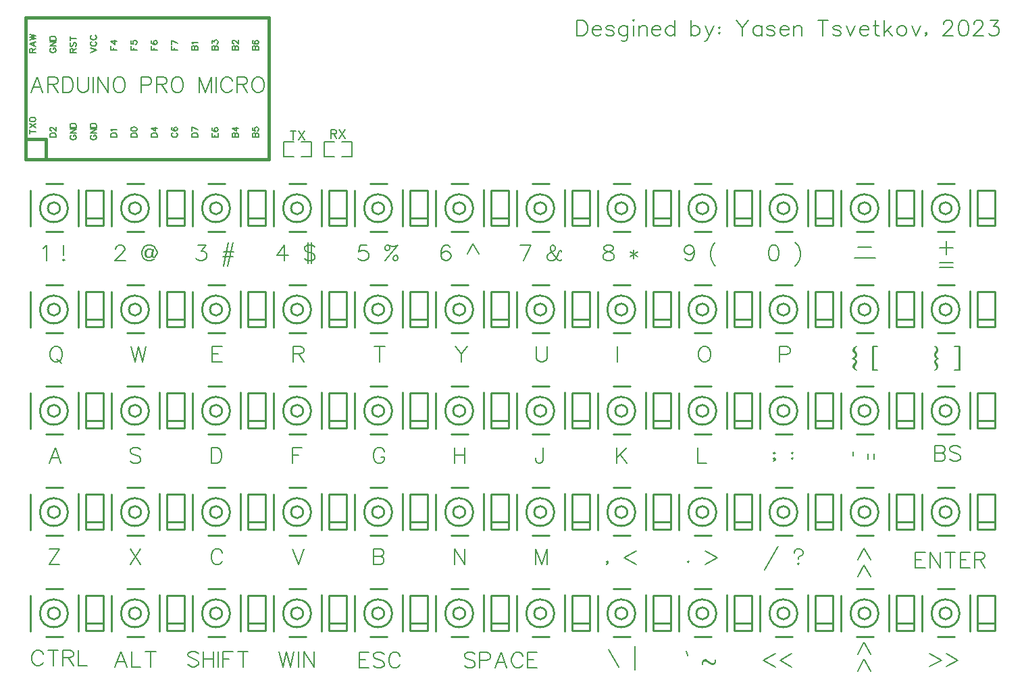
<source format=gto>
G04 Layer: TopSilkscreenLayer*
G04 EasyEDA v6.5.23, 2023-09-23 11:22:25*
G04 fbaf7024bf8343fa847bd74e200e9744,10*
G04 Gerber Generator version 0.2*
G04 Scale: 100 percent, Rotated: No, Reflected: No *
G04 Dimensions in inches *
G04 leading zeros omitted , absolute positions ,3 integer and 6 decimal *
%FSLAX36Y36*%
%MOIN*%

%ADD10C,0.0080*%
%ADD11C,0.0059*%
%ADD12C,0.0060*%
%ADD13C,0.0100*%
%ADD14C,0.0150*%
%ADD15C,0.0191*%

%LPD*%
D10*
X-4755000Y-198800D02*
G01*
X-4747700Y-195199D01*
X-4736799Y-184299D01*
X-4736799Y-260599D01*
X-4653200Y-184299D02*
G01*
X-4653200Y-235199D01*
X-4653200Y-253400D02*
G01*
X-4656799Y-256999D01*
X-4653200Y-260599D01*
X-4649499Y-256999D01*
X-4653200Y-253400D01*
X-4396400Y-202500D02*
G01*
X-4396400Y-198800D01*
X-4392700Y-191500D01*
X-4389099Y-187899D01*
X-4381800Y-184299D01*
X-4367299Y-184299D01*
X-4360000Y-187899D01*
X-4356400Y-191500D01*
X-4352700Y-198800D01*
X-4352700Y-206100D01*
X-4356400Y-213400D01*
X-4363599Y-224299D01*
X-4400000Y-260599D01*
X-4349099Y-260599D01*
X-4214499Y-213400D02*
G01*
X-4218199Y-206100D01*
X-4225500Y-202500D01*
X-4236400Y-202500D01*
X-4243599Y-206100D01*
X-4247299Y-209699D01*
X-4250900Y-220599D01*
X-4250900Y-231500D01*
X-4247299Y-238800D01*
X-4240000Y-242500D01*
X-4229099Y-242500D01*
X-4221800Y-238800D01*
X-4218199Y-231500D01*
X-4236400Y-202500D02*
G01*
X-4243599Y-209699D01*
X-4247299Y-220599D01*
X-4247299Y-231500D01*
X-4243599Y-238800D01*
X-4240000Y-242500D01*
X-4214499Y-202500D02*
G01*
X-4218199Y-231500D01*
X-4218199Y-238800D01*
X-4210900Y-242500D01*
X-4203599Y-242500D01*
X-4196400Y-235199D01*
X-4192700Y-224299D01*
X-4192700Y-216999D01*
X-4196400Y-206100D01*
X-4200000Y-198800D01*
X-4207299Y-191500D01*
X-4214499Y-187899D01*
X-4225500Y-184299D01*
X-4236400Y-184299D01*
X-4247299Y-187899D01*
X-4254499Y-191500D01*
X-4261800Y-198800D01*
X-4265500Y-206100D01*
X-4269099Y-216999D01*
X-4269099Y-227899D01*
X-4265500Y-238800D01*
X-4261800Y-246100D01*
X-4254499Y-253400D01*
X-4247299Y-256999D01*
X-4236400Y-260599D01*
X-4225500Y-260599D01*
X-4214499Y-256999D01*
X-4207299Y-253400D01*
X-4203599Y-249699D01*
X-4210900Y-202500D02*
G01*
X-4214499Y-231500D01*
X-4214499Y-238800D01*
X-4210900Y-242500D01*
X-3992700Y-184299D02*
G01*
X-3952700Y-184299D01*
X-3974499Y-213400D01*
X-3963599Y-213400D01*
X-3956400Y-216999D01*
X-3952700Y-220599D01*
X-3949099Y-231500D01*
X-3949099Y-238800D01*
X-3952700Y-249699D01*
X-3960000Y-256999D01*
X-3970900Y-260599D01*
X-3981800Y-260599D01*
X-3992700Y-256999D01*
X-3996400Y-253400D01*
X-4000000Y-246100D01*
X-3840000Y-169699D02*
G01*
X-3865500Y-286100D01*
X-3818199Y-169699D02*
G01*
X-3843599Y-286100D01*
X-3865500Y-216999D02*
G01*
X-3814499Y-216999D01*
X-3869099Y-238800D02*
G01*
X-3818199Y-238800D01*
X-3563599Y-184299D02*
G01*
X-3600000Y-235199D01*
X-3545500Y-235199D01*
X-3563599Y-184299D02*
G01*
X-3563599Y-260599D01*
X-3447299Y-169699D02*
G01*
X-3447299Y-275199D01*
X-3432700Y-169699D02*
G01*
X-3432700Y-275199D01*
X-3414499Y-195199D02*
G01*
X-3421800Y-187899D01*
X-3432700Y-184299D01*
X-3447299Y-184299D01*
X-3458199Y-187899D01*
X-3465500Y-195199D01*
X-3465500Y-202500D01*
X-3461800Y-209699D01*
X-3458199Y-213400D01*
X-3450900Y-216999D01*
X-3429099Y-224299D01*
X-3421800Y-227899D01*
X-3418199Y-231500D01*
X-3414499Y-238800D01*
X-3414499Y-249699D01*
X-3421800Y-256999D01*
X-3432700Y-260599D01*
X-3447299Y-260599D01*
X-3458199Y-256999D01*
X-3465500Y-249699D01*
X-3156400Y-184299D02*
G01*
X-3192700Y-184299D01*
X-3196400Y-216999D01*
X-3192700Y-213400D01*
X-3181800Y-209699D01*
X-3170900Y-209699D01*
X-3160000Y-213400D01*
X-3152700Y-220599D01*
X-3149099Y-231500D01*
X-3149099Y-238800D01*
X-3152700Y-249699D01*
X-3160000Y-256999D01*
X-3170900Y-260599D01*
X-3181800Y-260599D01*
X-3192700Y-256999D01*
X-3196400Y-253400D01*
X-3200000Y-246100D01*
X-3003599Y-184299D02*
G01*
X-3069099Y-260599D01*
X-3050900Y-184299D02*
G01*
X-3043599Y-191500D01*
X-3043599Y-198800D01*
X-3047299Y-206100D01*
X-3054499Y-209699D01*
X-3061800Y-209699D01*
X-3069099Y-202500D01*
X-3069099Y-195199D01*
X-3065500Y-187899D01*
X-3058199Y-184299D01*
X-3050900Y-184299D01*
X-3043599Y-187899D01*
X-3032700Y-191500D01*
X-3021800Y-191500D01*
X-3010900Y-187899D01*
X-3003599Y-184299D01*
X-3018199Y-235199D02*
G01*
X-3025500Y-238800D01*
X-3029099Y-246100D01*
X-3029099Y-253400D01*
X-3021800Y-260599D01*
X-3014499Y-260599D01*
X-3007299Y-256999D01*
X-3003599Y-249699D01*
X-3003599Y-242500D01*
X-3010900Y-235199D01*
X-3018199Y-235199D01*
X-2746400Y-195199D02*
G01*
X-2750000Y-187899D01*
X-2760900Y-184299D01*
X-2768199Y-184299D01*
X-2779099Y-187899D01*
X-2786400Y-198800D01*
X-2790000Y-216999D01*
X-2790000Y-235199D01*
X-2786400Y-249699D01*
X-2779099Y-256999D01*
X-2768199Y-260599D01*
X-2764499Y-260599D01*
X-2753599Y-256999D01*
X-2746400Y-249699D01*
X-2742700Y-238800D01*
X-2742700Y-235199D01*
X-2746400Y-224299D01*
X-2753599Y-216999D01*
X-2764499Y-213400D01*
X-2768199Y-213400D01*
X-2779099Y-216999D01*
X-2786400Y-224299D01*
X-2790000Y-235199D01*
X-2633599Y-176999D02*
G01*
X-2662700Y-227899D01*
X-2633599Y-176999D02*
G01*
X-2604499Y-227899D01*
X-2349099Y-184299D02*
G01*
X-2385500Y-260599D01*
X-2400000Y-184299D02*
G01*
X-2349099Y-184299D01*
X-2196400Y-216999D02*
G01*
X-2196400Y-213400D01*
X-2200000Y-209699D01*
X-2203599Y-209699D01*
X-2207299Y-213400D01*
X-2210900Y-220599D01*
X-2218199Y-238800D01*
X-2225500Y-249699D01*
X-2232700Y-256999D01*
X-2240000Y-260599D01*
X-2254499Y-260599D01*
X-2261800Y-256999D01*
X-2265500Y-253400D01*
X-2269099Y-246100D01*
X-2269099Y-238800D01*
X-2265500Y-231500D01*
X-2261800Y-227899D01*
X-2236400Y-213400D01*
X-2232700Y-209699D01*
X-2229099Y-202500D01*
X-2229099Y-195199D01*
X-2232700Y-187899D01*
X-2240000Y-184299D01*
X-2247299Y-187899D01*
X-2250900Y-195199D01*
X-2250900Y-202500D01*
X-2247299Y-213400D01*
X-2240000Y-224299D01*
X-2221800Y-249699D01*
X-2214499Y-256999D01*
X-2207299Y-260599D01*
X-2200000Y-260599D01*
X-2196400Y-256999D01*
X-2196400Y-253400D01*
X-1971800Y-184299D02*
G01*
X-1982700Y-187899D01*
X-1986400Y-195199D01*
X-1986400Y-202500D01*
X-1982700Y-209699D01*
X-1975500Y-213400D01*
X-1960900Y-216999D01*
X-1950000Y-220599D01*
X-1942700Y-227899D01*
X-1939099Y-235199D01*
X-1939099Y-246100D01*
X-1942700Y-253400D01*
X-1946400Y-256999D01*
X-1957299Y-260599D01*
X-1971800Y-260599D01*
X-1982700Y-256999D01*
X-1986400Y-253400D01*
X-1990000Y-246100D01*
X-1990000Y-235199D01*
X-1986400Y-227899D01*
X-1979099Y-220599D01*
X-1968199Y-216999D01*
X-1953599Y-213400D01*
X-1946400Y-209699D01*
X-1942700Y-202500D01*
X-1942700Y-195199D01*
X-1946400Y-187899D01*
X-1957299Y-184299D01*
X-1971800Y-184299D01*
X-1840900Y-206100D02*
G01*
X-1840900Y-249699D01*
X-1859099Y-216999D02*
G01*
X-1822700Y-238800D01*
X-1822700Y-216999D02*
G01*
X-1859099Y-238800D01*
X-1542700Y-209699D02*
G01*
X-1546400Y-220599D01*
X-1553599Y-227899D01*
X-1564499Y-231500D01*
X-1568199Y-231500D01*
X-1579099Y-227899D01*
X-1586400Y-220599D01*
X-1590000Y-209699D01*
X-1590000Y-206100D01*
X-1586400Y-195199D01*
X-1579099Y-187899D01*
X-1568199Y-184299D01*
X-1564499Y-184299D01*
X-1553599Y-187899D01*
X-1546400Y-195199D01*
X-1542700Y-209699D01*
X-1542700Y-227899D01*
X-1546400Y-246100D01*
X-1553599Y-256999D01*
X-1564499Y-260599D01*
X-1571800Y-260599D01*
X-1582700Y-256999D01*
X-1586400Y-249699D01*
X-1437299Y-169699D02*
G01*
X-1444499Y-176999D01*
X-1451800Y-187899D01*
X-1459099Y-202500D01*
X-1462700Y-220599D01*
X-1462700Y-235199D01*
X-1459099Y-253400D01*
X-1451800Y-267899D01*
X-1444499Y-278800D01*
X-1437299Y-286100D01*
X-1153199Y-184299D02*
G01*
X-1164099Y-187899D01*
X-1171400Y-198800D01*
X-1175000Y-216999D01*
X-1175000Y-227899D01*
X-1171400Y-246100D01*
X-1164099Y-256999D01*
X-1153199Y-260599D01*
X-1145900Y-260599D01*
X-1135000Y-256999D01*
X-1127700Y-246100D01*
X-1124099Y-227899D01*
X-1124099Y-216999D01*
X-1127700Y-198800D01*
X-1135000Y-187899D01*
X-1145900Y-184299D01*
X-1153199Y-184299D01*
X-1044099Y-169699D02*
G01*
X-1036800Y-176999D01*
X-1029499Y-187899D01*
X-1022299Y-202500D01*
X-1018599Y-220599D01*
X-1018599Y-235199D01*
X-1022299Y-253400D01*
X-1029499Y-267899D01*
X-1036800Y-278800D01*
X-1044099Y-286100D01*
X-735000Y-192899D02*
G01*
X-669499Y-192899D01*
X-297299Y-165199D02*
G01*
X-297299Y-230599D01*
X-330000Y-197899D02*
G01*
X-264499Y-197899D01*
X-355000Y-684699D02*
G01*
X-347700Y-688400D01*
X-344099Y-691999D01*
X-340500Y-699299D01*
X-340500Y-706500D01*
X-344099Y-713800D01*
X-347700Y-717500D01*
X-351400Y-724699D01*
X-351400Y-731999D01*
X-344099Y-739299D01*
X-347700Y-688400D02*
G01*
X-344099Y-695599D01*
X-344099Y-702899D01*
X-347700Y-710199D01*
X-351400Y-713800D01*
X-355000Y-721100D01*
X-355000Y-728400D01*
X-351400Y-735599D01*
X-336800Y-742899D01*
X-351400Y-750199D01*
X-355000Y-757500D01*
X-355000Y-764699D01*
X-351400Y-771999D01*
X-347700Y-775599D01*
X-344099Y-782899D01*
X-344099Y-790199D01*
X-347700Y-797500D01*
X-344099Y-746500D02*
G01*
X-351400Y-753800D01*
X-351400Y-761100D01*
X-347700Y-768400D01*
X-344099Y-771999D01*
X-340500Y-779299D01*
X-340500Y-786500D01*
X-344099Y-793800D01*
X-347700Y-797500D01*
X-355000Y-801100D01*
X-235000Y-684699D02*
G01*
X-235000Y-801100D01*
X-231400Y-684699D02*
G01*
X-231400Y-801100D01*
X-256800Y-684699D02*
G01*
X-231400Y-684699D01*
X-256800Y-801100D02*
G01*
X-231400Y-801100D01*
X-741800Y-684699D02*
G01*
X-749099Y-688400D01*
X-752700Y-691999D01*
X-756400Y-699299D01*
X-756400Y-706500D01*
X-752700Y-713800D01*
X-749099Y-717500D01*
X-745500Y-724699D01*
X-745500Y-731999D01*
X-752700Y-739299D01*
X-749099Y-688400D02*
G01*
X-752700Y-695599D01*
X-752700Y-702899D01*
X-749099Y-710199D01*
X-745500Y-713800D01*
X-741800Y-721100D01*
X-741800Y-728400D01*
X-745500Y-735599D01*
X-760000Y-742899D01*
X-745500Y-750199D01*
X-741800Y-757500D01*
X-741800Y-764699D01*
X-745500Y-771999D01*
X-749099Y-775599D01*
X-752700Y-782899D01*
X-752700Y-790199D01*
X-749099Y-797500D01*
X-752700Y-746500D02*
G01*
X-745500Y-753800D01*
X-745500Y-761100D01*
X-749099Y-768400D01*
X-752700Y-771999D01*
X-756400Y-779299D01*
X-756400Y-786500D01*
X-752700Y-793800D01*
X-749099Y-797500D01*
X-741800Y-801100D01*
X-661800Y-684699D02*
G01*
X-661800Y-801100D01*
X-658199Y-684699D02*
G01*
X-658199Y-801100D01*
X-661800Y-684699D02*
G01*
X-636400Y-684699D01*
X-661800Y-801100D02*
G01*
X-636400Y-801100D01*
X-1120000Y-684299D02*
G01*
X-1120000Y-760599D01*
X-1120000Y-684299D02*
G01*
X-1087299Y-684299D01*
X-1076400Y-687899D01*
X-1072700Y-691500D01*
X-1069099Y-698800D01*
X-1069099Y-709699D01*
X-1072700Y-716999D01*
X-1076400Y-720599D01*
X-1087299Y-724299D01*
X-1120000Y-724299D01*
X-1498199Y-684299D02*
G01*
X-1505500Y-687899D01*
X-1512700Y-695199D01*
X-1516400Y-702500D01*
X-1520000Y-713400D01*
X-1520000Y-731500D01*
X-1516400Y-742500D01*
X-1512700Y-749699D01*
X-1505500Y-756999D01*
X-1498199Y-760599D01*
X-1483599Y-760599D01*
X-1476400Y-756999D01*
X-1469099Y-749699D01*
X-1465500Y-742500D01*
X-1461800Y-731500D01*
X-1461800Y-713400D01*
X-1465500Y-702500D01*
X-1469099Y-695199D01*
X-1476400Y-687899D01*
X-1483599Y-684299D01*
X-1498199Y-684299D01*
X-1920000Y-684299D02*
G01*
X-1920000Y-760599D01*
X-2320000Y-684299D02*
G01*
X-2320000Y-738800D01*
X-2316400Y-749699D01*
X-2309099Y-756999D01*
X-2298199Y-760599D01*
X-2290900Y-760599D01*
X-2280000Y-756999D01*
X-2272700Y-749699D01*
X-2269099Y-738800D01*
X-2269099Y-684299D01*
X-2720000Y-684299D02*
G01*
X-2690900Y-720599D01*
X-2690900Y-760599D01*
X-2661800Y-684299D02*
G01*
X-2690900Y-720599D01*
X-3094499Y-684299D02*
G01*
X-3094499Y-760599D01*
X-3120000Y-684299D02*
G01*
X-3069099Y-684299D01*
X-3520000Y-684299D02*
G01*
X-3520000Y-760599D01*
X-3520000Y-684299D02*
G01*
X-3487299Y-684299D01*
X-3476400Y-687899D01*
X-3472700Y-691500D01*
X-3469099Y-698800D01*
X-3469099Y-706100D01*
X-3472700Y-713400D01*
X-3476400Y-716999D01*
X-3487299Y-720599D01*
X-3520000Y-720599D01*
X-3494499Y-720599D02*
G01*
X-3469099Y-760599D01*
X-3920000Y-684299D02*
G01*
X-3920000Y-760599D01*
X-3920000Y-684299D02*
G01*
X-3872700Y-684299D01*
X-3920000Y-720599D02*
G01*
X-3890900Y-720599D01*
X-3920000Y-760599D02*
G01*
X-3872700Y-760599D01*
X-4320000Y-684299D02*
G01*
X-4301800Y-760599D01*
X-4283599Y-684299D02*
G01*
X-4301800Y-760599D01*
X-4283599Y-684299D02*
G01*
X-4265500Y-760599D01*
X-4247299Y-684299D02*
G01*
X-4265500Y-760599D01*
X-4698200Y-684299D02*
G01*
X-4705500Y-687899D01*
X-4712700Y-695199D01*
X-4716399Y-702500D01*
X-4720000Y-713400D01*
X-4720000Y-731500D01*
X-4716399Y-742500D01*
X-4712700Y-749699D01*
X-4705500Y-756999D01*
X-4698200Y-760599D01*
X-4683600Y-760599D01*
X-4676399Y-756999D01*
X-4669099Y-749699D01*
X-4665500Y-742500D01*
X-4661799Y-731500D01*
X-4661799Y-713400D01*
X-4665500Y-702500D01*
X-4669099Y-695199D01*
X-4676399Y-687899D01*
X-4683600Y-684299D01*
X-4698200Y-684299D01*
X-4687300Y-746100D02*
G01*
X-4665500Y-767899D01*
X-750000Y-247899D02*
G01*
X-684499Y-247899D01*
X-715000Y-247899D02*
G01*
X-649499Y-247899D01*
X-330000Y-271999D02*
G01*
X-264499Y-271999D01*
X-330000Y-293800D02*
G01*
X-264499Y-293800D01*
X-4695900Y-1184299D02*
G01*
X-4725000Y-1260599D01*
X-4695900Y-1184299D02*
G01*
X-4666799Y-1260599D01*
X-4714099Y-1235199D02*
G01*
X-4677700Y-1235199D01*
X-4274099Y-1195199D02*
G01*
X-4281400Y-1187899D01*
X-4292299Y-1184299D01*
X-4306800Y-1184299D01*
X-4317700Y-1187899D01*
X-4325000Y-1195199D01*
X-4325000Y-1202500D01*
X-4321400Y-1209699D01*
X-4317700Y-1213400D01*
X-4310500Y-1216999D01*
X-4288599Y-1224299D01*
X-4281400Y-1227899D01*
X-4277700Y-1231500D01*
X-4274099Y-1238800D01*
X-4274099Y-1249699D01*
X-4281400Y-1256999D01*
X-4292299Y-1260599D01*
X-4306800Y-1260599D01*
X-4317700Y-1256999D01*
X-4325000Y-1249699D01*
X-3925000Y-1184299D02*
G01*
X-3925000Y-1260599D01*
X-3925000Y-1184299D02*
G01*
X-3899499Y-1184299D01*
X-3888599Y-1187899D01*
X-3881400Y-1195199D01*
X-3877700Y-1202500D01*
X-3874099Y-1213400D01*
X-3874099Y-1231500D01*
X-3877700Y-1242500D01*
X-3881400Y-1249699D01*
X-3888599Y-1256999D01*
X-3899499Y-1260599D01*
X-3925000Y-1260599D01*
X-3525000Y-1184299D02*
G01*
X-3525000Y-1260599D01*
X-3525000Y-1184299D02*
G01*
X-3477700Y-1184299D01*
X-3525000Y-1220599D02*
G01*
X-3495900Y-1220599D01*
X-3070500Y-1202500D02*
G01*
X-3074099Y-1195199D01*
X-3081400Y-1187899D01*
X-3088599Y-1184299D01*
X-3103199Y-1184299D01*
X-3110500Y-1187899D01*
X-3117700Y-1195199D01*
X-3121400Y-1202500D01*
X-3125000Y-1213400D01*
X-3125000Y-1231500D01*
X-3121400Y-1242500D01*
X-3117700Y-1249699D01*
X-3110500Y-1256999D01*
X-3103199Y-1260599D01*
X-3088599Y-1260599D01*
X-3081400Y-1256999D01*
X-3074099Y-1249699D01*
X-3070500Y-1242500D01*
X-3070500Y-1231500D01*
X-3088599Y-1231500D02*
G01*
X-3070500Y-1231500D01*
X-2725000Y-1184299D02*
G01*
X-2725000Y-1260599D01*
X-2674099Y-1184299D02*
G01*
X-2674099Y-1260599D01*
X-2725000Y-1220599D02*
G01*
X-2674099Y-1220599D01*
X-2288599Y-1184299D02*
G01*
X-2288599Y-1242500D01*
X-2292299Y-1253400D01*
X-2295900Y-1256999D01*
X-2303199Y-1260599D01*
X-2310500Y-1260599D01*
X-2317700Y-1256999D01*
X-2321400Y-1253400D01*
X-2325000Y-1242500D01*
X-2325000Y-1235199D01*
X-1925000Y-1184299D02*
G01*
X-1925000Y-1260599D01*
X-1874099Y-1184299D02*
G01*
X-1925000Y-1235199D01*
X-1906800Y-1216999D02*
G01*
X-1874099Y-1260599D01*
X-1525000Y-1184299D02*
G01*
X-1525000Y-1260599D01*
X-1525000Y-1260599D02*
G01*
X-1481400Y-1260599D01*
X-1146400Y-1206999D02*
G01*
X-1150000Y-1210599D01*
X-1146400Y-1214299D01*
X-1142700Y-1210599D01*
X-1146400Y-1206999D01*
X-1142700Y-1236100D02*
G01*
X-1146400Y-1239699D01*
X-1150000Y-1236100D01*
X-1146400Y-1232500D01*
X-1142700Y-1236100D01*
X-1142700Y-1243400D01*
X-1150000Y-1250599D01*
X-1059099Y-1206999D02*
G01*
X-1062700Y-1210599D01*
X-1059099Y-1214299D01*
X-1055500Y-1210599D01*
X-1059099Y-1206999D01*
X-1059099Y-1232500D02*
G01*
X-1062700Y-1236100D01*
X-1059099Y-1239699D01*
X-1055500Y-1236100D01*
X-1059099Y-1232500D01*
X-757700Y-1203400D02*
G01*
X-757700Y-1225199D01*
X-685000Y-1214299D02*
G01*
X-685000Y-1239699D01*
X-655900Y-1214299D02*
G01*
X-655900Y-1239699D01*
X-1965000Y-2179299D02*
G01*
X-1914099Y-2266500D01*
X-1834099Y-2164699D02*
G01*
X-1834099Y-2281100D01*
X-4674099Y-1684299D02*
G01*
X-4725000Y-1760599D01*
X-4725000Y-1684299D02*
G01*
X-4674099Y-1684299D01*
X-4725000Y-1760599D02*
G01*
X-4674099Y-1760599D01*
X-4325000Y-1684299D02*
G01*
X-4274099Y-1760599D01*
X-4274099Y-1684299D02*
G01*
X-4325000Y-1760599D01*
X-3870500Y-1702500D02*
G01*
X-3874099Y-1695199D01*
X-3881400Y-1687899D01*
X-3888599Y-1684299D01*
X-3903199Y-1684299D01*
X-3910500Y-1687899D01*
X-3917700Y-1695199D01*
X-3921400Y-1702500D01*
X-3925000Y-1713400D01*
X-3925000Y-1731500D01*
X-3921400Y-1742500D01*
X-3917700Y-1749699D01*
X-3910500Y-1756999D01*
X-3903199Y-1760599D01*
X-3888599Y-1760599D01*
X-3881400Y-1756999D01*
X-3874099Y-1749699D01*
X-3870500Y-1742500D01*
X-3525000Y-1684299D02*
G01*
X-3495900Y-1760599D01*
X-3466800Y-1684299D02*
G01*
X-3495900Y-1760599D01*
X-3125000Y-1684299D02*
G01*
X-3125000Y-1760599D01*
X-3125000Y-1684299D02*
G01*
X-3092299Y-1684299D01*
X-3081400Y-1687899D01*
X-3077700Y-1691500D01*
X-3074099Y-1698800D01*
X-3074099Y-1706100D01*
X-3077700Y-1713400D01*
X-3081400Y-1716999D01*
X-3092299Y-1720599D01*
X-3125000Y-1720599D02*
G01*
X-3092299Y-1720599D01*
X-3081400Y-1724299D01*
X-3077700Y-1727899D01*
X-3074099Y-1735199D01*
X-3074099Y-1746100D01*
X-3077700Y-1753400D01*
X-3081400Y-1756999D01*
X-3092299Y-1760599D01*
X-3125000Y-1760599D01*
X-2725000Y-1684299D02*
G01*
X-2725000Y-1760599D01*
X-2725000Y-1684299D02*
G01*
X-2674099Y-1760599D01*
X-2674099Y-1684299D02*
G01*
X-2674099Y-1760599D01*
X-2325000Y-1684299D02*
G01*
X-2325000Y-1760599D01*
X-2325000Y-1684299D02*
G01*
X-2295900Y-1760599D01*
X-2266800Y-1684299D02*
G01*
X-2295900Y-1760599D01*
X-2266800Y-1684299D02*
G01*
X-2266800Y-1760599D01*
X-1967700Y-1746100D02*
G01*
X-1971400Y-1749699D01*
X-1975000Y-1746100D01*
X-1971400Y-1742500D01*
X-1967700Y-1746100D01*
X-1967700Y-1753400D01*
X-1975000Y-1760599D01*
X-1829499Y-1695199D02*
G01*
X-1887700Y-1727899D01*
X-1829499Y-1760599D01*
X-1571400Y-1742500D02*
G01*
X-1575000Y-1746100D01*
X-1571400Y-1749699D01*
X-1567700Y-1746100D01*
X-1571400Y-1742500D01*
X-1487700Y-1695199D02*
G01*
X-1429499Y-1727899D01*
X-1487700Y-1760599D01*
X-1129499Y-1669699D02*
G01*
X-1195000Y-1786100D01*
X-1049499Y-1702500D02*
G01*
X-1049499Y-1698800D01*
X-1045900Y-1691500D01*
X-1042299Y-1687899D01*
X-1035000Y-1684299D01*
X-1020500Y-1684299D01*
X-1013199Y-1687899D01*
X-1009499Y-1691500D01*
X-1005900Y-1698800D01*
X-1005900Y-1706100D01*
X-1009499Y-1713400D01*
X-1013199Y-1716999D01*
X-1027700Y-1724299D01*
X-1027700Y-1735199D01*
X-1027700Y-1753400D02*
G01*
X-1031400Y-1756999D01*
X-1027700Y-1760599D01*
X-1024099Y-1756999D01*
X-1027700Y-1753400D01*
X-1582700Y-2188400D02*
G01*
X-1575500Y-2210200D01*
X-1502700Y-2253800D02*
G01*
X-1502700Y-2246500D01*
X-1499099Y-2235599D01*
X-1491800Y-2231999D01*
X-1484499Y-2231999D01*
X-1477299Y-2235599D01*
X-1462700Y-2246500D01*
X-1455500Y-2250200D01*
X-1448199Y-2250200D01*
X-1440900Y-2246500D01*
X-1437299Y-2239299D01*
X-1502700Y-2246500D02*
G01*
X-1499099Y-2239299D01*
X-1491800Y-2235599D01*
X-1484499Y-2235599D01*
X-1477299Y-2239299D01*
X-1462700Y-2250200D01*
X-1455500Y-2253800D01*
X-1448199Y-2253800D01*
X-1440900Y-2250200D01*
X-1437299Y-2239299D01*
X-1437299Y-2231999D01*
X-450000Y-1699299D02*
G01*
X-450000Y-1775599D01*
X-450000Y-1699299D02*
G01*
X-402700Y-1699299D01*
X-450000Y-1735599D02*
G01*
X-420900Y-1735599D01*
X-450000Y-1775599D02*
G01*
X-402700Y-1775599D01*
X-378699Y-1699299D02*
G01*
X-378699Y-1775599D01*
X-378699Y-1699299D02*
G01*
X-327799Y-1775599D01*
X-327799Y-1699299D02*
G01*
X-327799Y-1775599D01*
X-278400Y-1699299D02*
G01*
X-278400Y-1775599D01*
X-303800Y-1699299D02*
G01*
X-252899Y-1699299D01*
X-228900Y-1699299D02*
G01*
X-228900Y-1775599D01*
X-228900Y-1699299D02*
G01*
X-181599Y-1699299D01*
X-228900Y-1735599D02*
G01*
X-199799Y-1735599D01*
X-228900Y-1775599D02*
G01*
X-181599Y-1775599D01*
X-157600Y-1699299D02*
G01*
X-157600Y-1775599D01*
X-157600Y-1699299D02*
G01*
X-124899Y-1699299D01*
X-113999Y-1702899D01*
X-110399Y-1706500D01*
X-106700Y-1713800D01*
X-106700Y-1721100D01*
X-110399Y-1728400D01*
X-113999Y-1731999D01*
X-124899Y-1735599D01*
X-157600Y-1735599D01*
X-132200Y-1735599D02*
G01*
X-106700Y-1775599D01*
X-4370900Y-2189299D02*
G01*
X-4400000Y-2265599D01*
X-4370900Y-2189299D02*
G01*
X-4341800Y-2265599D01*
X-4389099Y-2240200D02*
G01*
X-4352700Y-2240200D01*
X-4317799Y-2189299D02*
G01*
X-4317799Y-2265599D01*
X-4317799Y-2265599D02*
G01*
X-4274200Y-2265599D01*
X-4224700Y-2189299D02*
G01*
X-4224700Y-2265599D01*
X-4250200Y-2189299D02*
G01*
X-4199300Y-2189299D01*
X-4755500Y-2202500D02*
G01*
X-4759099Y-2195200D01*
X-4766399Y-2187899D01*
X-4773600Y-2184299D01*
X-4788200Y-2184299D01*
X-4795500Y-2187899D01*
X-4802700Y-2195200D01*
X-4806399Y-2202500D01*
X-4810000Y-2213400D01*
X-4810000Y-2231500D01*
X-4806399Y-2242500D01*
X-4802700Y-2249699D01*
X-4795500Y-2256999D01*
X-4788200Y-2260599D01*
X-4773600Y-2260599D01*
X-4766399Y-2256999D01*
X-4759099Y-2249699D01*
X-4755500Y-2242500D01*
X-4705999Y-2184299D02*
G01*
X-4705999Y-2260599D01*
X-4731500Y-2184299D02*
G01*
X-4680500Y-2184299D01*
X-4656500Y-2184299D02*
G01*
X-4656500Y-2260599D01*
X-4656500Y-2184299D02*
G01*
X-4623800Y-2184299D01*
X-4612900Y-2187899D01*
X-4609299Y-2191500D01*
X-4605599Y-2198800D01*
X-4605599Y-2206100D01*
X-4609299Y-2213400D01*
X-4612900Y-2216999D01*
X-4623800Y-2220599D01*
X-4656500Y-2220599D01*
X-4631100Y-2220599D02*
G01*
X-4605599Y-2260599D01*
X-4581599Y-2184299D02*
G01*
X-4581599Y-2260599D01*
X-4581599Y-2260599D02*
G01*
X-4538000Y-2260599D01*
X-1141800Y-2200200D02*
G01*
X-1200000Y-2232899D01*
X-1141800Y-2265599D01*
X-1059600Y-2200200D02*
G01*
X-1117799Y-2232899D01*
X-1059600Y-2265599D01*
X-298199Y-2264800D02*
G01*
X-240000Y-2232100D01*
X-298199Y-2199400D01*
X-380399Y-2264800D02*
G01*
X-322200Y-2232100D01*
X-380399Y-2199400D01*
X-670200Y-1738200D02*
G01*
X-702899Y-1680000D01*
X-735600Y-1738200D01*
X-670200Y-1820399D02*
G01*
X-702899Y-1762199D01*
X-735600Y-1820399D01*
X-670200Y-2203200D02*
G01*
X-702899Y-2145000D01*
X-735600Y-2203200D01*
X-670200Y-2285399D02*
G01*
X-702899Y-2227199D01*
X-735600Y-2285399D01*
X-3989099Y-2200200D02*
G01*
X-3996400Y-2192899D01*
X-4007299Y-2189299D01*
X-4021800Y-2189299D01*
X-4032700Y-2192899D01*
X-4040000Y-2200200D01*
X-4040000Y-2207500D01*
X-4036400Y-2214699D01*
X-4032700Y-2218400D01*
X-4025500Y-2221999D01*
X-4003599Y-2229299D01*
X-3996400Y-2232899D01*
X-3992700Y-2236500D01*
X-3989099Y-2243800D01*
X-3989099Y-2254699D01*
X-3996400Y-2261999D01*
X-4007299Y-2265599D01*
X-4021800Y-2265599D01*
X-4032700Y-2261999D01*
X-4040000Y-2254699D01*
X-3965100Y-2189299D02*
G01*
X-3965100Y-2265599D01*
X-3914200Y-2189299D02*
G01*
X-3914200Y-2265599D01*
X-3965100Y-2225599D02*
G01*
X-3914200Y-2225599D01*
X-3890200Y-2189299D02*
G01*
X-3890200Y-2265599D01*
X-3866199Y-2189299D02*
G01*
X-3866199Y-2265599D01*
X-3866199Y-2189299D02*
G01*
X-3818900Y-2189299D01*
X-3866199Y-2225599D02*
G01*
X-3837100Y-2225599D01*
X-3769499Y-2189299D02*
G01*
X-3769499Y-2265599D01*
X-3794899Y-2189299D02*
G01*
X-3743999Y-2189299D01*
X-3590000Y-2189299D02*
G01*
X-3571800Y-2265599D01*
X-3553599Y-2189299D02*
G01*
X-3571800Y-2265599D01*
X-3553599Y-2189299D02*
G01*
X-3535500Y-2265599D01*
X-3517299Y-2189299D02*
G01*
X-3535500Y-2265599D01*
X-3493299Y-2189299D02*
G01*
X-3493299Y-2265599D01*
X-3469300Y-2189299D02*
G01*
X-3469300Y-2265599D01*
X-3469300Y-2189299D02*
G01*
X-3418400Y-2265599D01*
X-3418400Y-2189299D02*
G01*
X-3418400Y-2265599D01*
X-3195000Y-2194299D02*
G01*
X-3195000Y-2270599D01*
X-3195000Y-2194299D02*
G01*
X-3147700Y-2194299D01*
X-3195000Y-2230599D02*
G01*
X-3165900Y-2230599D01*
X-3195000Y-2270599D02*
G01*
X-3147700Y-2270599D01*
X-3072799Y-2205200D02*
G01*
X-3080100Y-2197899D01*
X-3091000Y-2194299D01*
X-3105500Y-2194299D01*
X-3116499Y-2197899D01*
X-3123699Y-2205200D01*
X-3123699Y-2212500D01*
X-3120100Y-2219699D01*
X-3116499Y-2223400D01*
X-3109200Y-2226999D01*
X-3087399Y-2234299D01*
X-3080100Y-2237899D01*
X-3076499Y-2241500D01*
X-3072799Y-2248800D01*
X-3072799Y-2259699D01*
X-3080100Y-2266999D01*
X-3091000Y-2270599D01*
X-3105500Y-2270599D01*
X-3116499Y-2266999D01*
X-3123699Y-2259699D01*
X-2994300Y-2212500D02*
G01*
X-2997899Y-2205200D01*
X-3005200Y-2197899D01*
X-3012500Y-2194299D01*
X-3026999Y-2194299D01*
X-3034300Y-2197899D01*
X-3041499Y-2205200D01*
X-3045200Y-2212500D01*
X-3048800Y-2223400D01*
X-3048800Y-2241500D01*
X-3045200Y-2252500D01*
X-3041499Y-2259699D01*
X-3034300Y-2266999D01*
X-3026999Y-2270599D01*
X-3012500Y-2270599D01*
X-3005200Y-2266999D01*
X-2997899Y-2259699D01*
X-2994300Y-2252500D01*
X-355000Y-1174299D02*
G01*
X-355000Y-1250599D01*
X-355000Y-1174299D02*
G01*
X-322299Y-1174299D01*
X-311400Y-1177899D01*
X-307700Y-1181500D01*
X-304099Y-1188800D01*
X-304099Y-1196100D01*
X-307700Y-1203400D01*
X-311400Y-1206999D01*
X-322299Y-1210599D01*
X-355000Y-1210599D02*
G01*
X-322299Y-1210599D01*
X-311400Y-1214299D01*
X-307700Y-1217899D01*
X-304099Y-1225199D01*
X-304099Y-1236100D01*
X-307700Y-1243400D01*
X-311400Y-1246999D01*
X-322299Y-1250599D01*
X-355000Y-1250599D01*
X-229200Y-1185199D02*
G01*
X-236499Y-1177899D01*
X-247399Y-1174299D01*
X-261899Y-1174299D01*
X-272799Y-1177899D01*
X-280100Y-1185199D01*
X-280100Y-1192500D01*
X-276499Y-1199699D01*
X-272799Y-1203400D01*
X-265500Y-1206999D01*
X-243699Y-1214299D01*
X-236499Y-1217899D01*
X-232799Y-1221500D01*
X-229200Y-1228800D01*
X-229200Y-1239699D01*
X-236499Y-1246999D01*
X-247399Y-1250599D01*
X-261899Y-1250599D01*
X-272799Y-1246999D01*
X-280100Y-1239699D01*
X-2624099Y-2205200D02*
G01*
X-2631400Y-2197899D01*
X-2642299Y-2194299D01*
X-2656800Y-2194299D01*
X-2667700Y-2197899D01*
X-2675000Y-2205200D01*
X-2675000Y-2212500D01*
X-2671400Y-2219699D01*
X-2667700Y-2223400D01*
X-2660500Y-2226999D01*
X-2638599Y-2234299D01*
X-2631400Y-2237899D01*
X-2627700Y-2241500D01*
X-2624099Y-2248800D01*
X-2624099Y-2259699D01*
X-2631400Y-2266999D01*
X-2642299Y-2270599D01*
X-2656800Y-2270599D01*
X-2667700Y-2266999D01*
X-2675000Y-2259699D01*
X-2600100Y-2194299D02*
G01*
X-2600100Y-2270599D01*
X-2600100Y-2194299D02*
G01*
X-2567399Y-2194299D01*
X-2556499Y-2197899D01*
X-2552799Y-2201500D01*
X-2549200Y-2208800D01*
X-2549200Y-2219699D01*
X-2552799Y-2226999D01*
X-2556499Y-2230599D01*
X-2567399Y-2234299D01*
X-2600100Y-2234299D01*
X-2496099Y-2194299D02*
G01*
X-2525200Y-2270599D01*
X-2496099Y-2194299D02*
G01*
X-2466999Y-2270599D01*
X-2514300Y-2245200D02*
G01*
X-2477899Y-2245200D01*
X-2388500Y-2212500D02*
G01*
X-2392100Y-2205200D01*
X-2399399Y-2197899D01*
X-2406599Y-2194299D01*
X-2421199Y-2194299D01*
X-2428500Y-2197899D01*
X-2435699Y-2205200D01*
X-2439399Y-2212500D01*
X-2443000Y-2223400D01*
X-2443000Y-2241500D01*
X-2439399Y-2252500D01*
X-2435699Y-2259699D01*
X-2428500Y-2266999D01*
X-2421199Y-2270599D01*
X-2406599Y-2270599D01*
X-2399399Y-2266999D01*
X-2392100Y-2259699D01*
X-2388500Y-2252500D01*
X-2364499Y-2194299D02*
G01*
X-2364499Y-2270599D01*
X-2364499Y-2194299D02*
G01*
X-2317200Y-2194299D01*
X-2364499Y-2230599D02*
G01*
X-2335399Y-2230599D01*
X-2364499Y-2270599D02*
G01*
X-2317200Y-2270599D01*
X-4785900Y645700D02*
G01*
X-4815000Y569400D01*
X-4785900Y645700D02*
G01*
X-4756799Y569400D01*
X-4804099Y594800D02*
G01*
X-4767700Y594800D01*
X-4732800Y645700D02*
G01*
X-4732800Y569400D01*
X-4732800Y645700D02*
G01*
X-4700100Y645700D01*
X-4689200Y642100D01*
X-4685500Y638499D01*
X-4681900Y631199D01*
X-4681900Y623899D01*
X-4685500Y616599D01*
X-4689200Y613000D01*
X-4700100Y609400D01*
X-4732800Y609400D01*
X-4707399Y609400D02*
G01*
X-4681900Y569400D01*
X-4657900Y645700D02*
G01*
X-4657900Y569400D01*
X-4657900Y645700D02*
G01*
X-4632500Y645700D01*
X-4621500Y642100D01*
X-4614299Y634800D01*
X-4610599Y627500D01*
X-4606999Y616599D01*
X-4606999Y598499D01*
X-4610599Y587500D01*
X-4614299Y580300D01*
X-4621500Y573000D01*
X-4632500Y569400D01*
X-4657900Y569400D01*
X-4583000Y645700D02*
G01*
X-4583000Y591199D01*
X-4579400Y580300D01*
X-4572100Y573000D01*
X-4561199Y569400D01*
X-4553899Y569400D01*
X-4543000Y573000D01*
X-4535700Y580300D01*
X-4532100Y591199D01*
X-4532100Y645700D01*
X-4508099Y645700D02*
G01*
X-4508099Y569400D01*
X-4484099Y645700D02*
G01*
X-4484099Y569400D01*
X-4484099Y645700D02*
G01*
X-4433199Y569400D01*
X-4433199Y645700D02*
G01*
X-4433199Y569400D01*
X-4387399Y645700D02*
G01*
X-4394600Y642100D01*
X-4401899Y634800D01*
X-4405500Y627500D01*
X-4409200Y616599D01*
X-4409200Y598499D01*
X-4405500Y587500D01*
X-4401899Y580300D01*
X-4394600Y573000D01*
X-4387399Y569400D01*
X-4372799Y569400D01*
X-4365500Y573000D01*
X-4358299Y580300D01*
X-4354600Y587500D01*
X-4351000Y598499D01*
X-4351000Y616599D01*
X-4354600Y627500D01*
X-4358299Y634800D01*
X-4365500Y642100D01*
X-4372799Y645700D01*
X-4387399Y645700D01*
X-4271000Y645700D02*
G01*
X-4271000Y569400D01*
X-4271000Y645700D02*
G01*
X-4238299Y645700D01*
X-4227399Y642100D01*
X-4223699Y638499D01*
X-4220100Y631199D01*
X-4220100Y620300D01*
X-4223699Y613000D01*
X-4227399Y609400D01*
X-4238299Y605700D01*
X-4271000Y605700D01*
X-4196099Y645700D02*
G01*
X-4196099Y569400D01*
X-4196099Y645700D02*
G01*
X-4163400Y645700D01*
X-4152500Y642100D01*
X-4148800Y638499D01*
X-4145200Y631199D01*
X-4145200Y623899D01*
X-4148800Y616599D01*
X-4152500Y613000D01*
X-4163400Y609400D01*
X-4196099Y609400D01*
X-4170600Y609400D02*
G01*
X-4145200Y569400D01*
X-4099399Y645700D02*
G01*
X-4106599Y642100D01*
X-4113900Y634800D01*
X-4117500Y627500D01*
X-4121199Y616599D01*
X-4121199Y598499D01*
X-4117500Y587500D01*
X-4113900Y580300D01*
X-4106599Y573000D01*
X-4099399Y569400D01*
X-4084799Y569400D01*
X-4077500Y573000D01*
X-4070299Y580300D01*
X-4066599Y587500D01*
X-4063000Y598499D01*
X-4063000Y616599D01*
X-4066599Y627500D01*
X-4070299Y634800D01*
X-4077500Y642100D01*
X-4084799Y645700D01*
X-4099399Y645700D01*
X-3983000Y645700D02*
G01*
X-3983000Y569400D01*
X-3983000Y645700D02*
G01*
X-3953900Y569400D01*
X-3924799Y645700D02*
G01*
X-3953900Y569400D01*
X-3924799Y645700D02*
G01*
X-3924799Y569400D01*
X-3900799Y645700D02*
G01*
X-3900799Y569400D01*
X-3822299Y627500D02*
G01*
X-3825900Y634800D01*
X-3833199Y642100D01*
X-3840500Y645700D01*
X-3855000Y645700D01*
X-3862299Y642100D01*
X-3869499Y634800D01*
X-3873199Y627500D01*
X-3876800Y616599D01*
X-3876800Y598499D01*
X-3873199Y587500D01*
X-3869499Y580300D01*
X-3862299Y573000D01*
X-3855000Y569400D01*
X-3840500Y569400D01*
X-3833199Y573000D01*
X-3825900Y580300D01*
X-3822299Y587500D01*
X-3798299Y645700D02*
G01*
X-3798299Y569400D01*
X-3798299Y645700D02*
G01*
X-3765500Y645700D01*
X-3754600Y642100D01*
X-3751000Y638499D01*
X-3747399Y631199D01*
X-3747399Y623899D01*
X-3751000Y616599D01*
X-3754600Y613000D01*
X-3765500Y609400D01*
X-3798299Y609400D01*
X-3772799Y609400D02*
G01*
X-3747399Y569400D01*
X-3701499Y645700D02*
G01*
X-3708800Y642100D01*
X-3716099Y634800D01*
X-3719700Y627500D01*
X-3723400Y616599D01*
X-3723400Y598499D01*
X-3719700Y587500D01*
X-3716099Y580300D01*
X-3708800Y573000D01*
X-3701499Y569400D01*
X-3686999Y569400D01*
X-3679700Y573000D01*
X-3672500Y580300D01*
X-3668800Y587500D01*
X-3665200Y598499D01*
X-3665200Y616599D01*
X-3668800Y627500D01*
X-3672500Y634800D01*
X-3679700Y642100D01*
X-3686999Y645700D01*
X-3701499Y645700D01*
X-2120000Y925700D02*
G01*
X-2120000Y849400D01*
X-2120000Y925700D02*
G01*
X-2094499Y925700D01*
X-2083599Y922100D01*
X-2076400Y914800D01*
X-2072700Y907500D01*
X-2069099Y896599D01*
X-2069099Y878499D01*
X-2072700Y867500D01*
X-2076400Y860300D01*
X-2083599Y853000D01*
X-2094499Y849400D01*
X-2120000Y849400D01*
X-2045100Y878499D02*
G01*
X-2001499Y878499D01*
X-2001499Y885700D01*
X-2005100Y893000D01*
X-2008699Y896599D01*
X-2016000Y900300D01*
X-2026899Y900300D01*
X-2034200Y896599D01*
X-2041499Y889400D01*
X-2045100Y878499D01*
X-2045100Y871199D01*
X-2041499Y860300D01*
X-2034200Y853000D01*
X-2026899Y849400D01*
X-2016000Y849400D01*
X-2008699Y853000D01*
X-2001499Y860300D01*
X-1937500Y889400D02*
G01*
X-1941099Y896599D01*
X-1951999Y900300D01*
X-1962899Y900300D01*
X-1973800Y896599D01*
X-1977500Y889400D01*
X-1973800Y882100D01*
X-1966499Y878499D01*
X-1948400Y874800D01*
X-1941099Y871199D01*
X-1937500Y863899D01*
X-1937500Y860300D01*
X-1941099Y853000D01*
X-1951999Y849400D01*
X-1962899Y849400D01*
X-1973800Y853000D01*
X-1977500Y860300D01*
X-1869799Y900300D02*
G01*
X-1869799Y842100D01*
X-1873500Y831199D01*
X-1877100Y827500D01*
X-1884399Y823899D01*
X-1895299Y823899D01*
X-1902500Y827500D01*
X-1869799Y889400D02*
G01*
X-1877100Y896599D01*
X-1884399Y900300D01*
X-1895299Y900300D01*
X-1902500Y896599D01*
X-1909799Y889400D01*
X-1913500Y878499D01*
X-1913500Y871199D01*
X-1909799Y860300D01*
X-1902500Y853000D01*
X-1895299Y849400D01*
X-1884399Y849400D01*
X-1877100Y853000D01*
X-1869799Y860300D01*
X-1845799Y925700D02*
G01*
X-1842200Y922100D01*
X-1838500Y925700D01*
X-1842200Y929400D01*
X-1845799Y925700D01*
X-1842200Y900300D02*
G01*
X-1842200Y849400D01*
X-1814499Y900300D02*
G01*
X-1814499Y849400D01*
X-1814499Y885700D02*
G01*
X-1803599Y896599D01*
X-1796400Y900300D01*
X-1785500Y900300D01*
X-1778199Y896599D01*
X-1774499Y885700D01*
X-1774499Y849400D01*
X-1750500Y878499D02*
G01*
X-1706899Y878499D01*
X-1706899Y885700D01*
X-1710500Y893000D01*
X-1714200Y896599D01*
X-1721499Y900300D01*
X-1732399Y900300D01*
X-1739600Y896599D01*
X-1746899Y889400D01*
X-1750500Y878499D01*
X-1750500Y871199D01*
X-1746899Y860300D01*
X-1739600Y853000D01*
X-1732399Y849400D01*
X-1721499Y849400D01*
X-1714200Y853000D01*
X-1706899Y860300D01*
X-1639300Y925700D02*
G01*
X-1639300Y849400D01*
X-1639300Y889400D02*
G01*
X-1646499Y896599D01*
X-1653800Y900300D01*
X-1664700Y900300D01*
X-1671999Y896599D01*
X-1679300Y889400D01*
X-1682899Y878499D01*
X-1682899Y871199D01*
X-1679300Y860300D01*
X-1671999Y853000D01*
X-1664700Y849400D01*
X-1653800Y849400D01*
X-1646499Y853000D01*
X-1639300Y860300D01*
X-1559300Y925700D02*
G01*
X-1559300Y849400D01*
X-1559300Y889400D02*
G01*
X-1551999Y896599D01*
X-1544700Y900300D01*
X-1533800Y900300D01*
X-1526499Y896599D01*
X-1519300Y889400D01*
X-1515600Y878499D01*
X-1515600Y871199D01*
X-1519300Y860300D01*
X-1526499Y853000D01*
X-1533800Y849400D01*
X-1544700Y849400D01*
X-1551999Y853000D01*
X-1559300Y860300D01*
X-1488000Y900300D02*
G01*
X-1466199Y849400D01*
X-1444399Y900300D02*
G01*
X-1466199Y849400D01*
X-1473500Y834800D01*
X-1480699Y827500D01*
X-1488000Y823899D01*
X-1491599Y823899D01*
X-1416700Y893000D02*
G01*
X-1420399Y889400D01*
X-1416700Y885700D01*
X-1413100Y889400D01*
X-1416700Y893000D01*
X-1416700Y867500D02*
G01*
X-1420399Y863899D01*
X-1416700Y860300D01*
X-1413100Y863899D01*
X-1416700Y867500D01*
X-1333100Y925700D02*
G01*
X-1303999Y889400D01*
X-1303999Y849400D01*
X-1274899Y925700D02*
G01*
X-1303999Y889400D01*
X-1207299Y900300D02*
G01*
X-1207299Y849400D01*
X-1207299Y889400D02*
G01*
X-1214499Y896599D01*
X-1221800Y900300D01*
X-1232700Y900300D01*
X-1240000Y896599D01*
X-1247299Y889400D01*
X-1250900Y878499D01*
X-1250900Y871199D01*
X-1247299Y860300D01*
X-1240000Y853000D01*
X-1232700Y849400D01*
X-1221800Y849400D01*
X-1214499Y853000D01*
X-1207299Y860300D01*
X-1143299Y889400D02*
G01*
X-1146899Y896599D01*
X-1157799Y900300D01*
X-1168699Y900300D01*
X-1179600Y896599D01*
X-1183299Y889400D01*
X-1179600Y882100D01*
X-1172399Y878499D01*
X-1154200Y874800D01*
X-1146899Y871199D01*
X-1143299Y863899D01*
X-1143299Y860300D01*
X-1146899Y853000D01*
X-1157799Y849400D01*
X-1168699Y849400D01*
X-1179600Y853000D01*
X-1183299Y860300D01*
X-1119300Y878499D02*
G01*
X-1075600Y878499D01*
X-1075600Y885700D01*
X-1079300Y893000D01*
X-1082899Y896599D01*
X-1090200Y900300D01*
X-1101099Y900300D01*
X-1108400Y896599D01*
X-1115600Y889400D01*
X-1119300Y878499D01*
X-1119300Y871199D01*
X-1115600Y860300D01*
X-1108400Y853000D01*
X-1101099Y849400D01*
X-1090200Y849400D01*
X-1082899Y853000D01*
X-1075600Y860300D01*
X-1051599Y900300D02*
G01*
X-1051599Y849400D01*
X-1051599Y885700D02*
G01*
X-1040699Y896599D01*
X-1033500Y900300D01*
X-1022500Y900300D01*
X-1015299Y896599D01*
X-1011599Y885700D01*
X-1011599Y849400D01*
X-906199Y925700D02*
G01*
X-906199Y849400D01*
X-931599Y925700D02*
G01*
X-880699Y925700D01*
X-816700Y889400D02*
G01*
X-820399Y896599D01*
X-831300Y900300D01*
X-842200Y900300D01*
X-853100Y896599D01*
X-856700Y889400D01*
X-853100Y882100D01*
X-845799Y878499D01*
X-827600Y874800D01*
X-820399Y871199D01*
X-816700Y863899D01*
X-816700Y860300D01*
X-820399Y853000D01*
X-831300Y849400D01*
X-842200Y849400D01*
X-853100Y853000D01*
X-856700Y860300D01*
X-792700Y900300D02*
G01*
X-770900Y849400D01*
X-749099Y900300D02*
G01*
X-770900Y849400D01*
X-725100Y878499D02*
G01*
X-681499Y878499D01*
X-681499Y885700D01*
X-685100Y893000D01*
X-688699Y896599D01*
X-696000Y900300D01*
X-706899Y900300D01*
X-714200Y896599D01*
X-721499Y889400D01*
X-725100Y878499D01*
X-725100Y871199D01*
X-721499Y860300D01*
X-714200Y853000D01*
X-706899Y849400D01*
X-696000Y849400D01*
X-688699Y853000D01*
X-681499Y860300D01*
X-646499Y925700D02*
G01*
X-646499Y863899D01*
X-642899Y853000D01*
X-635600Y849400D01*
X-628400Y849400D01*
X-657500Y900300D02*
G01*
X-631999Y900300D01*
X-604399Y925700D02*
G01*
X-604399Y849400D01*
X-568000Y900300D02*
G01*
X-604399Y863899D01*
X-589799Y878499D02*
G01*
X-564399Y849400D01*
X-522200Y900300D02*
G01*
X-529499Y896599D01*
X-536700Y889400D01*
X-540399Y878499D01*
X-540399Y871199D01*
X-536700Y860300D01*
X-529499Y853000D01*
X-522200Y849400D01*
X-511300Y849400D01*
X-503999Y853000D01*
X-496700Y860300D01*
X-493100Y871199D01*
X-493100Y878499D01*
X-496700Y889400D01*
X-503999Y896599D01*
X-511300Y900300D01*
X-522200Y900300D01*
X-469099Y900300D02*
G01*
X-447299Y849400D01*
X-425500Y900300D02*
G01*
X-447299Y849400D01*
X-394200Y863899D02*
G01*
X-397799Y860300D01*
X-401499Y863899D01*
X-397799Y867500D01*
X-394200Y863899D01*
X-394200Y856599D01*
X-401499Y849400D01*
X-310500Y907500D02*
G01*
X-310500Y911199D01*
X-306899Y918499D01*
X-303299Y922100D01*
X-296000Y925700D01*
X-281499Y925700D01*
X-274200Y922100D01*
X-270500Y918499D01*
X-266899Y911199D01*
X-266899Y903899D01*
X-270500Y896599D01*
X-277799Y885700D01*
X-314200Y849400D01*
X-263299Y849400D01*
X-217500Y925700D02*
G01*
X-228400Y922100D01*
X-235600Y911199D01*
X-239300Y893000D01*
X-239300Y882100D01*
X-235600Y863899D01*
X-228400Y853000D01*
X-217500Y849400D01*
X-210200Y849400D01*
X-199300Y853000D01*
X-191999Y863899D01*
X-188400Y882100D01*
X-188400Y893000D01*
X-191999Y911199D01*
X-199300Y922100D01*
X-210200Y925700D01*
X-217500Y925700D01*
X-160699Y907500D02*
G01*
X-160699Y911199D01*
X-157100Y918499D01*
X-153500Y922100D01*
X-146199Y925700D01*
X-131599Y925700D01*
X-124399Y922100D01*
X-120699Y918499D01*
X-117100Y911199D01*
X-117100Y903899D01*
X-120699Y896599D01*
X-128000Y885700D01*
X-164399Y849400D01*
X-113500Y849400D01*
X-82200Y925700D02*
G01*
X-42200Y925700D01*
X-63999Y896599D01*
X-53100Y896599D01*
X-45799Y893000D01*
X-42200Y889400D01*
X-38500Y878499D01*
X-38500Y871199D01*
X-42200Y860300D01*
X-49499Y853000D01*
X-60399Y849400D01*
X-71300Y849400D01*
X-82200Y853000D01*
X-85799Y856599D01*
X-89499Y863899D01*
D11*
X-4821790Y377210D02*
G01*
X-4791689Y377210D01*
X-4821790Y367210D02*
G01*
X-4821790Y387210D01*
X-4821790Y396709D02*
G01*
X-4791689Y416709D01*
X-4821790Y416709D02*
G01*
X-4791689Y396709D01*
X-4821790Y434810D02*
G01*
X-4820390Y430509D01*
X-4816089Y427609D01*
X-4808890Y426210D01*
X-4804589Y426210D01*
X-4797489Y427609D01*
X-4793190Y430509D01*
X-4791689Y434810D01*
X-4791689Y437609D01*
X-4793190Y441909D01*
X-4797489Y444810D01*
X-4804589Y446210D01*
X-4808890Y446210D01*
X-4816089Y444810D01*
X-4820390Y441909D01*
X-4821790Y437609D01*
X-4821790Y434810D01*
X-4721799Y349800D02*
G01*
X-4691700Y349800D01*
X-4721799Y349800D02*
G01*
X-4721799Y359800D01*
X-4720400Y364099D01*
X-4717500Y366999D01*
X-4714600Y368400D01*
X-4710300Y369800D01*
X-4703200Y369800D01*
X-4698899Y368400D01*
X-4695999Y366999D01*
X-4693099Y364099D01*
X-4691700Y359800D01*
X-4691700Y349800D01*
X-4714600Y380700D02*
G01*
X-4716100Y380700D01*
X-4718899Y382199D01*
X-4720400Y383600D01*
X-4721799Y386500D01*
X-4721799Y392199D01*
X-4720400Y395000D01*
X-4718899Y396500D01*
X-4716100Y397899D01*
X-4713200Y397899D01*
X-4710300Y396500D01*
X-4705999Y393600D01*
X-4691700Y379299D01*
X-4691700Y399299D01*
X-4321800Y349800D02*
G01*
X-4291700Y349800D01*
X-4321800Y349800D02*
G01*
X-4321800Y359800D01*
X-4320400Y364099D01*
X-4317500Y366999D01*
X-4314600Y368400D01*
X-4310299Y369800D01*
X-4303199Y369800D01*
X-4298900Y368400D01*
X-4296000Y366999D01*
X-4293100Y364099D01*
X-4291700Y359800D01*
X-4291700Y349800D01*
X-4321800Y387899D02*
G01*
X-4320400Y383600D01*
X-4316099Y380700D01*
X-4308900Y379299D01*
X-4304600Y379299D01*
X-4297399Y380700D01*
X-4293100Y383600D01*
X-4291700Y387899D01*
X-4291700Y390799D01*
X-4293100Y395000D01*
X-4297399Y397899D01*
X-4304600Y399299D01*
X-4308900Y399299D01*
X-4316099Y397899D01*
X-4320400Y395000D01*
X-4321800Y390799D01*
X-4321800Y387899D01*
X-4421800Y349800D02*
G01*
X-4391700Y349800D01*
X-4421800Y349800D02*
G01*
X-4421800Y359800D01*
X-4420400Y364099D01*
X-4417500Y366999D01*
X-4414600Y368400D01*
X-4410299Y369800D01*
X-4403199Y369800D01*
X-4398900Y368400D01*
X-4396000Y366999D01*
X-4393100Y364099D01*
X-4391700Y359800D01*
X-4391700Y349800D01*
X-4416099Y379299D02*
G01*
X-4417500Y382199D01*
X-4421800Y386500D01*
X-4391700Y386500D01*
X-4514589Y358710D02*
G01*
X-4517489Y357210D01*
X-4520390Y354409D01*
X-4521790Y351509D01*
X-4521790Y345810D01*
X-4520390Y342910D01*
X-4517489Y340109D01*
X-4514589Y338609D01*
X-4510290Y337210D01*
X-4503190Y337210D01*
X-4498890Y338609D01*
X-4495990Y340109D01*
X-4493190Y342910D01*
X-4491689Y345810D01*
X-4491689Y351509D01*
X-4493190Y354409D01*
X-4495990Y357210D01*
X-4498890Y358710D01*
X-4503190Y358710D01*
X-4503190Y351509D02*
G01*
X-4503190Y358710D01*
X-4521790Y368110D02*
G01*
X-4491689Y368110D01*
X-4521790Y368110D02*
G01*
X-4491689Y388209D01*
X-4521790Y388209D02*
G01*
X-4491689Y388209D01*
X-4521790Y397609D02*
G01*
X-4491689Y397609D01*
X-4521790Y397609D02*
G01*
X-4521790Y407609D01*
X-4520390Y411909D01*
X-4517489Y414810D01*
X-4514589Y416210D01*
X-4510290Y417710D01*
X-4503190Y417710D01*
X-4498890Y416210D01*
X-4495990Y414810D01*
X-4493190Y411909D01*
X-4491689Y407609D01*
X-4491689Y397609D01*
X-4614589Y358710D02*
G01*
X-4617489Y357210D01*
X-4620390Y354409D01*
X-4621790Y351509D01*
X-4621790Y345810D01*
X-4620390Y342910D01*
X-4617489Y340109D01*
X-4614589Y338609D01*
X-4610290Y337210D01*
X-4603190Y337210D01*
X-4598890Y338609D01*
X-4595990Y340109D01*
X-4593190Y342910D01*
X-4591689Y345810D01*
X-4591689Y351509D01*
X-4593190Y354409D01*
X-4595990Y357210D01*
X-4598890Y358710D01*
X-4603190Y358710D01*
X-4603190Y351509D02*
G01*
X-4603190Y358710D01*
X-4621790Y368110D02*
G01*
X-4591689Y368110D01*
X-4621790Y368110D02*
G01*
X-4591689Y388209D01*
X-4621790Y388209D02*
G01*
X-4591689Y388209D01*
X-4621790Y397609D02*
G01*
X-4591689Y397609D01*
X-4621790Y397609D02*
G01*
X-4621790Y407609D01*
X-4620390Y411909D01*
X-4617489Y414810D01*
X-4614589Y416210D01*
X-4610290Y417710D01*
X-4603190Y417710D01*
X-4598890Y416210D01*
X-4595990Y414810D01*
X-4593190Y411909D01*
X-4591689Y407609D01*
X-4591689Y397609D01*
X-4221800Y349800D02*
G01*
X-4191700Y349800D01*
X-4221800Y349800D02*
G01*
X-4221800Y359800D01*
X-4220400Y364099D01*
X-4217500Y366999D01*
X-4214600Y368400D01*
X-4210299Y369800D01*
X-4203199Y369800D01*
X-4198900Y368400D01*
X-4196000Y366999D01*
X-4193100Y364099D01*
X-4191700Y359800D01*
X-4191700Y349800D01*
X-4221800Y393600D02*
G01*
X-4201700Y379299D01*
X-4201700Y400799D01*
X-4221800Y393600D02*
G01*
X-4191700Y393600D01*
X-4114600Y371300D02*
G01*
X-4117500Y369800D01*
X-4120399Y366999D01*
X-4121800Y364099D01*
X-4121800Y358400D01*
X-4120399Y355500D01*
X-4117500Y352699D01*
X-4114600Y351199D01*
X-4110299Y349800D01*
X-4103199Y349800D01*
X-4098900Y351199D01*
X-4096000Y352699D01*
X-4093100Y355500D01*
X-4091700Y358400D01*
X-4091700Y364099D01*
X-4093100Y366999D01*
X-4096000Y369800D01*
X-4098900Y371300D01*
X-4117500Y397899D02*
G01*
X-4120399Y396500D01*
X-4121800Y392199D01*
X-4121800Y389299D01*
X-4120399Y385000D01*
X-4116099Y382199D01*
X-4108900Y380700D01*
X-4101700Y380700D01*
X-4096000Y382199D01*
X-4093100Y385000D01*
X-4091700Y389299D01*
X-4091700Y390799D01*
X-4093100Y395000D01*
X-4096000Y397899D01*
X-4100299Y399299D01*
X-4101700Y399299D01*
X-4106000Y397899D01*
X-4108900Y395000D01*
X-4110299Y390799D01*
X-4110299Y389299D01*
X-4108900Y385000D01*
X-4106000Y382199D01*
X-4101700Y380700D01*
X-4021800Y349800D02*
G01*
X-3991700Y349800D01*
X-4021800Y349800D02*
G01*
X-4021800Y359800D01*
X-4020399Y364099D01*
X-4017500Y366999D01*
X-4014600Y368400D01*
X-4010299Y369800D01*
X-4003199Y369800D01*
X-3998900Y368400D01*
X-3996000Y366999D01*
X-3993100Y364099D01*
X-3991700Y359800D01*
X-3991700Y349800D01*
X-4021800Y399299D02*
G01*
X-3991700Y385000D01*
X-4021800Y379299D02*
G01*
X-4021800Y399299D01*
X-3921800Y349800D02*
G01*
X-3891700Y349800D01*
X-3921800Y349800D02*
G01*
X-3921800Y368400D01*
X-3907500Y349800D02*
G01*
X-3907500Y361300D01*
X-3891700Y349800D02*
G01*
X-3891700Y368400D01*
X-3917500Y395000D02*
G01*
X-3920399Y393600D01*
X-3921800Y389299D01*
X-3921800Y386500D01*
X-3920399Y382199D01*
X-3916099Y379299D01*
X-3908900Y377899D01*
X-3901700Y377899D01*
X-3896000Y379299D01*
X-3893100Y382199D01*
X-3891700Y386500D01*
X-3891700Y387899D01*
X-3893100Y392199D01*
X-3896000Y395000D01*
X-3900299Y396500D01*
X-3901700Y396500D01*
X-3906000Y395000D01*
X-3908900Y392199D01*
X-3910299Y387899D01*
X-3910299Y386500D01*
X-3908900Y382199D01*
X-3906000Y379299D01*
X-3901700Y377899D01*
X-3821800Y349800D02*
G01*
X-3791700Y349800D01*
X-3821800Y349800D02*
G01*
X-3821800Y362699D01*
X-3820399Y366999D01*
X-3818900Y368400D01*
X-3816099Y369800D01*
X-3813199Y369800D01*
X-3810299Y368400D01*
X-3808900Y366999D01*
X-3807500Y362699D01*
X-3807500Y349800D02*
G01*
X-3807500Y362699D01*
X-3806000Y366999D01*
X-3804600Y368400D01*
X-3801700Y369800D01*
X-3797399Y369800D01*
X-3794600Y368400D01*
X-3793100Y366999D01*
X-3791700Y362699D01*
X-3791700Y349800D01*
X-3821800Y393600D02*
G01*
X-3801700Y379299D01*
X-3801700Y400799D01*
X-3821800Y393600D02*
G01*
X-3791700Y393600D01*
X-3721800Y349800D02*
G01*
X-3691700Y349800D01*
X-3721800Y349800D02*
G01*
X-3721800Y362699D01*
X-3720399Y366999D01*
X-3718900Y368400D01*
X-3716099Y369800D01*
X-3713199Y369800D01*
X-3710299Y368400D01*
X-3708900Y366999D01*
X-3707500Y362699D01*
X-3707500Y349800D02*
G01*
X-3707500Y362699D01*
X-3706000Y366999D01*
X-3704600Y368400D01*
X-3701700Y369800D01*
X-3697399Y369800D01*
X-3694600Y368400D01*
X-3693100Y366999D01*
X-3691700Y362699D01*
X-3691700Y349800D01*
X-3721800Y396500D02*
G01*
X-3721800Y382199D01*
X-3708900Y380700D01*
X-3710299Y382199D01*
X-3711800Y386500D01*
X-3711800Y390799D01*
X-3710299Y395000D01*
X-3707500Y397899D01*
X-3703199Y399299D01*
X-3700299Y399299D01*
X-3696000Y397899D01*
X-3693100Y395000D01*
X-3691700Y390799D01*
X-3691700Y386500D01*
X-3693100Y382199D01*
X-3694600Y380700D01*
X-3697399Y379299D01*
X-3721800Y779800D02*
G01*
X-3691700Y779800D01*
X-3721800Y779800D02*
G01*
X-3721800Y792699D01*
X-3720399Y796999D01*
X-3718900Y798400D01*
X-3716099Y799800D01*
X-3713199Y799800D01*
X-3710299Y798400D01*
X-3708900Y796999D01*
X-3707500Y792699D01*
X-3707500Y779800D02*
G01*
X-3707500Y792699D01*
X-3706000Y796999D01*
X-3704600Y798400D01*
X-3701700Y799800D01*
X-3697399Y799800D01*
X-3694600Y798400D01*
X-3693100Y796999D01*
X-3691700Y792699D01*
X-3691700Y779800D01*
X-3717500Y826500D02*
G01*
X-3720399Y825000D01*
X-3721800Y820799D01*
X-3721800Y817899D01*
X-3720399Y813600D01*
X-3716099Y810700D01*
X-3708900Y809299D01*
X-3701700Y809299D01*
X-3696000Y810700D01*
X-3693100Y813600D01*
X-3691700Y817899D01*
X-3691700Y819299D01*
X-3693100Y823600D01*
X-3696000Y826500D01*
X-3700299Y827899D01*
X-3701700Y827899D01*
X-3706000Y826500D01*
X-3708900Y823600D01*
X-3710299Y819299D01*
X-3710299Y817899D01*
X-3708900Y813600D01*
X-3706000Y810700D01*
X-3701700Y809299D01*
X-3921800Y779800D02*
G01*
X-3891700Y779800D01*
X-3921800Y779800D02*
G01*
X-3921800Y792699D01*
X-3920399Y796999D01*
X-3918900Y798400D01*
X-3916099Y799800D01*
X-3913199Y799800D01*
X-3910299Y798400D01*
X-3908900Y796999D01*
X-3907500Y792699D01*
X-3907500Y779800D02*
G01*
X-3907500Y792699D01*
X-3906000Y796999D01*
X-3904600Y798400D01*
X-3901700Y799800D01*
X-3897399Y799800D01*
X-3894600Y798400D01*
X-3893100Y796999D01*
X-3891700Y792699D01*
X-3891700Y779800D01*
X-3921800Y812199D02*
G01*
X-3921800Y827899D01*
X-3910299Y819299D01*
X-3910299Y823600D01*
X-3908900Y826500D01*
X-3907500Y827899D01*
X-3903199Y829299D01*
X-3900299Y829299D01*
X-3896000Y827899D01*
X-3893100Y825000D01*
X-3891700Y820799D01*
X-3891700Y816500D01*
X-3893100Y812199D01*
X-3894600Y810700D01*
X-3897399Y809299D01*
X-4021800Y779800D02*
G01*
X-3991700Y779800D01*
X-4021800Y779800D02*
G01*
X-4021800Y792699D01*
X-4020399Y796999D01*
X-4018900Y798400D01*
X-4016099Y799800D01*
X-4013199Y799800D01*
X-4010299Y798400D01*
X-4008900Y796999D01*
X-4007500Y792699D01*
X-4007500Y779800D02*
G01*
X-4007500Y792699D01*
X-4006000Y796999D01*
X-4004600Y798400D01*
X-4001700Y799800D01*
X-3997399Y799800D01*
X-3994600Y798400D01*
X-3993100Y796999D01*
X-3991700Y792699D01*
X-3991700Y779800D01*
X-4016099Y809299D02*
G01*
X-4017500Y812199D01*
X-4021800Y816500D01*
X-3991700Y816500D01*
X-4421800Y779800D02*
G01*
X-4391700Y779800D01*
X-4421800Y779800D02*
G01*
X-4421800Y798400D01*
X-4407500Y779800D02*
G01*
X-4407500Y791300D01*
X-4421800Y822199D02*
G01*
X-4401700Y807899D01*
X-4401700Y829299D01*
X-4421800Y822199D02*
G01*
X-4391700Y822199D01*
X-4521799Y767199D02*
G01*
X-4491700Y778699D01*
X-4521799Y790100D02*
G01*
X-4491700Y778699D01*
X-4514600Y820999D02*
G01*
X-4517500Y819600D01*
X-4520400Y816700D01*
X-4521799Y813899D01*
X-4521799Y808200D01*
X-4520400Y805300D01*
X-4517500Y802399D01*
X-4514600Y800999D01*
X-4510300Y799600D01*
X-4503200Y799600D01*
X-4498899Y800999D01*
X-4495999Y802399D01*
X-4493099Y805300D01*
X-4491700Y808200D01*
X-4491700Y813899D01*
X-4493099Y816700D01*
X-4495999Y819600D01*
X-4498899Y820999D01*
X-4514600Y851999D02*
G01*
X-4517500Y850500D01*
X-4520400Y847699D01*
X-4521799Y844800D01*
X-4521799Y839099D01*
X-4520400Y836199D01*
X-4517500Y833400D01*
X-4514600Y831900D01*
X-4510300Y830500D01*
X-4503200Y830500D01*
X-4498899Y831900D01*
X-4495999Y833400D01*
X-4493099Y836199D01*
X-4491700Y839099D01*
X-4491700Y844800D01*
X-4493099Y847699D01*
X-4495999Y850500D01*
X-4498899Y851999D01*
X-4621799Y767199D02*
G01*
X-4591700Y767199D01*
X-4621799Y767199D02*
G01*
X-4621799Y780100D01*
X-4620400Y784400D01*
X-4618899Y785799D01*
X-4616100Y787199D01*
X-4613200Y787199D01*
X-4610300Y785799D01*
X-4608899Y784400D01*
X-4607500Y780100D01*
X-4607500Y767199D01*
X-4607500Y777199D02*
G01*
X-4591700Y787199D01*
X-4617500Y816700D02*
G01*
X-4620400Y813899D01*
X-4621799Y809600D01*
X-4621799Y803899D01*
X-4620400Y799600D01*
X-4617500Y796700D01*
X-4614600Y796700D01*
X-4611799Y798099D01*
X-4610300Y799600D01*
X-4608899Y802399D01*
X-4605999Y810999D01*
X-4604600Y813899D01*
X-4603200Y815300D01*
X-4600300Y816700D01*
X-4595999Y816700D01*
X-4593099Y813899D01*
X-4591700Y809600D01*
X-4591700Y803899D01*
X-4593099Y799600D01*
X-4595999Y796700D01*
X-4621799Y836199D02*
G01*
X-4591700Y836199D01*
X-4621799Y826199D02*
G01*
X-4621799Y846199D01*
X-4714600Y788699D02*
G01*
X-4717500Y787199D01*
X-4720400Y784400D01*
X-4721799Y781500D01*
X-4721799Y775799D01*
X-4720400Y772899D01*
X-4717500Y770100D01*
X-4714600Y768600D01*
X-4710300Y767199D01*
X-4703200Y767199D01*
X-4698899Y768600D01*
X-4695999Y770100D01*
X-4693099Y772899D01*
X-4691700Y775799D01*
X-4691700Y781500D01*
X-4693099Y784400D01*
X-4695999Y787199D01*
X-4698899Y788699D01*
X-4703200Y788699D01*
X-4703200Y781500D02*
G01*
X-4703200Y788699D01*
X-4721799Y798099D02*
G01*
X-4691700Y798099D01*
X-4721799Y798099D02*
G01*
X-4691700Y818200D01*
X-4721799Y818200D02*
G01*
X-4691700Y818200D01*
X-4721799Y827600D02*
G01*
X-4691700Y827600D01*
X-4721799Y827600D02*
G01*
X-4721799Y837600D01*
X-4720400Y841900D01*
X-4717500Y844800D01*
X-4714600Y846199D01*
X-4710300Y847699D01*
X-4703200Y847699D01*
X-4698899Y846199D01*
X-4695999Y844800D01*
X-4693099Y841900D01*
X-4691700Y837600D01*
X-4691700Y827600D01*
X-4821799Y767199D02*
G01*
X-4791700Y767199D01*
X-4821799Y767199D02*
G01*
X-4821799Y780100D01*
X-4820400Y784400D01*
X-4818899Y785799D01*
X-4816100Y787199D01*
X-4813200Y787199D01*
X-4810300Y785799D01*
X-4808899Y784400D01*
X-4807500Y780100D01*
X-4807500Y767199D01*
X-4807500Y777199D02*
G01*
X-4791700Y787199D01*
X-4821799Y808200D02*
G01*
X-4791700Y796700D01*
X-4821799Y808200D02*
G01*
X-4791700Y819600D01*
X-4801700Y800999D02*
G01*
X-4801700Y815300D01*
X-4821799Y829099D02*
G01*
X-4791700Y836199D01*
X-4821799Y843400D02*
G01*
X-4791700Y836199D01*
X-4821799Y843400D02*
G01*
X-4791700Y850500D01*
X-4821799Y857699D02*
G01*
X-4791700Y850500D01*
X-4321800Y779800D02*
G01*
X-4291700Y779800D01*
X-4321800Y779800D02*
G01*
X-4321800Y798400D01*
X-4307500Y779800D02*
G01*
X-4307500Y791300D01*
X-4321800Y825000D02*
G01*
X-4321800Y810700D01*
X-4308900Y809299D01*
X-4310299Y810700D01*
X-4311800Y815000D01*
X-4311800Y819299D01*
X-4310299Y823600D01*
X-4307500Y826500D01*
X-4303199Y827899D01*
X-4300299Y827899D01*
X-4296000Y826500D01*
X-4293100Y823600D01*
X-4291700Y819299D01*
X-4291700Y815000D01*
X-4293100Y810700D01*
X-4294600Y809299D01*
X-4297399Y807899D01*
X-4221800Y779800D02*
G01*
X-4191700Y779800D01*
X-4221800Y779800D02*
G01*
X-4221800Y798400D01*
X-4207500Y779800D02*
G01*
X-4207500Y791300D01*
X-4217500Y825000D02*
G01*
X-4220400Y823600D01*
X-4221800Y819299D01*
X-4221800Y816500D01*
X-4220400Y812199D01*
X-4216099Y809299D01*
X-4208900Y807899D01*
X-4201700Y807899D01*
X-4196000Y809299D01*
X-4193100Y812199D01*
X-4191700Y816500D01*
X-4191700Y817899D01*
X-4193100Y822199D01*
X-4196000Y825000D01*
X-4200299Y826500D01*
X-4201700Y826500D01*
X-4206000Y825000D01*
X-4208900Y822199D01*
X-4210299Y817899D01*
X-4210299Y816500D01*
X-4208900Y812199D01*
X-4206000Y809299D01*
X-4201700Y807899D01*
X-4121800Y779800D02*
G01*
X-4091700Y779800D01*
X-4121800Y779800D02*
G01*
X-4121800Y798400D01*
X-4107500Y779800D02*
G01*
X-4107500Y791300D01*
X-4121800Y827899D02*
G01*
X-4091700Y813600D01*
X-4121800Y807899D02*
G01*
X-4121800Y827899D01*
X-3821800Y779800D02*
G01*
X-3791700Y779800D01*
X-3821800Y779800D02*
G01*
X-3821800Y792699D01*
X-3820399Y796999D01*
X-3818900Y798400D01*
X-3816099Y799800D01*
X-3813199Y799800D01*
X-3810299Y798400D01*
X-3808900Y796999D01*
X-3807500Y792699D01*
X-3807500Y779800D02*
G01*
X-3807500Y792699D01*
X-3806000Y796999D01*
X-3804600Y798400D01*
X-3801700Y799800D01*
X-3797399Y799800D01*
X-3794600Y798400D01*
X-3793100Y796999D01*
X-3791700Y792699D01*
X-3791700Y779800D01*
X-3814600Y810700D02*
G01*
X-3816099Y810700D01*
X-3818900Y812199D01*
X-3820399Y813600D01*
X-3821800Y816500D01*
X-3821800Y822199D01*
X-3820399Y825000D01*
X-3818900Y826500D01*
X-3816099Y827899D01*
X-3813199Y827899D01*
X-3810299Y826500D01*
X-3806000Y823600D01*
X-3791700Y809299D01*
X-3791700Y829299D01*
D12*
X-3520699Y380399D02*
G01*
X-3520699Y337500D01*
X-3535000Y380399D02*
G01*
X-3506400Y380399D01*
X-3492899Y380399D02*
G01*
X-3464200Y337500D01*
X-3464200Y380399D02*
G01*
X-3492899Y337500D01*
X-3335000Y385399D02*
G01*
X-3335000Y342500D01*
X-3335000Y385399D02*
G01*
X-3316599Y385399D01*
X-3310500Y383400D01*
X-3308400Y381300D01*
X-3306400Y377199D01*
X-3306400Y373099D01*
X-3308400Y369000D01*
X-3310500Y366999D01*
X-3316599Y365000D01*
X-3335000Y365000D01*
X-3320699Y365000D02*
G01*
X-3306400Y342500D01*
X-3292899Y385399D02*
G01*
X-3264200Y342500D01*
X-3264200Y385399D02*
G01*
X-3292899Y342500D01*
D13*
X-4543308Y-2086613D02*
G01*
X-4543308Y-1913384D01*
X-4456692Y-2086613D02*
G01*
X-4456692Y-1913384D01*
X-4543308Y-2086613D02*
G01*
X-4456692Y-2086613D01*
X-4543308Y-1913384D02*
G01*
X-4456692Y-1913384D01*
X-4543308Y-2049630D02*
G01*
X-4456692Y-2049630D01*
X-4143307Y-2086613D02*
G01*
X-4143307Y-1913384D01*
X-4056692Y-2086613D02*
G01*
X-4056692Y-1913384D01*
X-4143307Y-2086613D02*
G01*
X-4056692Y-2086613D01*
X-4143307Y-1913384D02*
G01*
X-4056692Y-1913384D01*
X-4143307Y-2049630D02*
G01*
X-4056692Y-2049630D01*
X-3743307Y-2086613D02*
G01*
X-3743307Y-1913384D01*
X-3656692Y-2086613D02*
G01*
X-3656692Y-1913384D01*
X-3743307Y-2086613D02*
G01*
X-3656692Y-2086613D01*
X-3743307Y-1913384D02*
G01*
X-3656692Y-1913384D01*
X-3743307Y-2049630D02*
G01*
X-3656692Y-2049630D01*
X-3343307Y-2086613D02*
G01*
X-3343307Y-1913384D01*
X-3256692Y-2086613D02*
G01*
X-3256692Y-1913384D01*
X-3343307Y-2086613D02*
G01*
X-3256692Y-2086613D01*
X-3343307Y-1913384D02*
G01*
X-3256692Y-1913384D01*
X-3343307Y-2049630D02*
G01*
X-3256692Y-2049630D01*
X-2943307Y-2086613D02*
G01*
X-2943307Y-1913384D01*
X-2856692Y-2086613D02*
G01*
X-2856692Y-1913384D01*
X-2943307Y-2086613D02*
G01*
X-2856692Y-2086613D01*
X-2943307Y-1913384D02*
G01*
X-2856692Y-1913384D01*
X-2943307Y-2049630D02*
G01*
X-2856692Y-2049630D01*
X-2543307Y-2086613D02*
G01*
X-2543307Y-1913384D01*
X-2456692Y-2086613D02*
G01*
X-2456692Y-1913384D01*
X-2543307Y-2086613D02*
G01*
X-2456692Y-2086613D01*
X-2543307Y-1913384D02*
G01*
X-2456692Y-1913384D01*
X-2543307Y-2049630D02*
G01*
X-2456692Y-2049630D01*
X-2143307Y-2086613D02*
G01*
X-2143307Y-1913384D01*
X-2056692Y-2086613D02*
G01*
X-2056692Y-1913384D01*
X-2143307Y-2086613D02*
G01*
X-2056692Y-2086613D01*
X-2143307Y-1913384D02*
G01*
X-2056692Y-1913384D01*
X-2143307Y-2049630D02*
G01*
X-2056692Y-2049630D01*
X-1743307Y-2086613D02*
G01*
X-1743307Y-1913384D01*
X-1656692Y-2086613D02*
G01*
X-1656692Y-1913384D01*
X-1743307Y-2086613D02*
G01*
X-1656692Y-2086613D01*
X-1743307Y-1913384D02*
G01*
X-1656692Y-1913384D01*
X-1743307Y-2049630D02*
G01*
X-1656692Y-2049630D01*
X-1343307Y-2086613D02*
G01*
X-1343307Y-1913384D01*
X-1256692Y-2086613D02*
G01*
X-1256692Y-1913384D01*
X-1343307Y-2086613D02*
G01*
X-1256692Y-2086613D01*
X-1343307Y-1913384D02*
G01*
X-1256692Y-1913384D01*
X-1343307Y-2049630D02*
G01*
X-1256692Y-2049630D01*
X-943307Y-2086613D02*
G01*
X-943307Y-1913384D01*
X-856692Y-2086613D02*
G01*
X-856692Y-1913384D01*
X-943307Y-2086613D02*
G01*
X-856692Y-2086613D01*
X-943307Y-1913384D02*
G01*
X-856692Y-1913384D01*
X-943307Y-2049630D02*
G01*
X-856692Y-2049630D01*
X-543307Y-2086613D02*
G01*
X-543307Y-1913384D01*
X-456692Y-2086613D02*
G01*
X-456692Y-1913384D01*
X-543307Y-2086613D02*
G01*
X-456692Y-2086613D01*
X-543307Y-1913384D02*
G01*
X-456692Y-1913384D01*
X-543307Y-2049630D02*
G01*
X-456692Y-2049630D01*
X-143307Y-2086613D02*
G01*
X-143307Y-1913384D01*
X-56692Y-2086613D02*
G01*
X-56692Y-1913384D01*
X-143307Y-2086613D02*
G01*
X-56692Y-2086613D01*
X-143307Y-1913384D02*
G01*
X-56692Y-1913384D01*
X-143307Y-2049630D02*
G01*
X-56692Y-2049630D01*
X-4818110Y-2089540D02*
G01*
X-4818110Y-1913386D01*
X-4741120Y-1881889D02*
G01*
X-4658879Y-1881889D01*
X-4741120Y-2118110D02*
G01*
X-4658879Y-2118110D01*
X-4581889Y-2089540D02*
G01*
X-4581889Y-1910459D01*
X-4418109Y-2089540D02*
G01*
X-4418109Y-1913386D01*
X-4341121Y-1881889D02*
G01*
X-4258878Y-1881889D01*
X-4341121Y-2118110D02*
G01*
X-4258878Y-2118110D01*
X-4181890Y-2089540D02*
G01*
X-4181890Y-1910459D01*
X-4018109Y-2089540D02*
G01*
X-4018109Y-1913386D01*
X-3941121Y-1881889D02*
G01*
X-3858878Y-1881889D01*
X-3941121Y-2118110D02*
G01*
X-3858878Y-2118110D01*
X-3781890Y-2089540D02*
G01*
X-3781890Y-1910459D01*
X-3618109Y-2089540D02*
G01*
X-3618109Y-1913386D01*
X-3541121Y-1881889D02*
G01*
X-3458878Y-1881889D01*
X-3541121Y-2118110D02*
G01*
X-3458878Y-2118110D01*
X-3381890Y-2089540D02*
G01*
X-3381890Y-1910459D01*
X-3218109Y-2089540D02*
G01*
X-3218109Y-1913386D01*
X-3141121Y-1881889D02*
G01*
X-3058878Y-1881889D01*
X-3141121Y-2118110D02*
G01*
X-3058878Y-2118110D01*
X-2981890Y-2089540D02*
G01*
X-2981890Y-1910459D01*
X-2818109Y-2089540D02*
G01*
X-2818109Y-1913386D01*
X-2741121Y-1881889D02*
G01*
X-2658878Y-1881889D01*
X-2741121Y-2118110D02*
G01*
X-2658878Y-2118110D01*
X-2581890Y-2089540D02*
G01*
X-2581890Y-1910459D01*
X-2418109Y-2089540D02*
G01*
X-2418109Y-1913386D01*
X-2341121Y-1881889D02*
G01*
X-2258878Y-1881889D01*
X-2341121Y-2118110D02*
G01*
X-2258878Y-2118110D01*
X-2181890Y-2089540D02*
G01*
X-2181890Y-1910459D01*
X-2018109Y-2089540D02*
G01*
X-2018109Y-1913386D01*
X-1941121Y-1881889D02*
G01*
X-1858878Y-1881889D01*
X-1941121Y-2118110D02*
G01*
X-1858878Y-2118110D01*
X-1781890Y-2089540D02*
G01*
X-1781890Y-1910459D01*
X-1618109Y-2089540D02*
G01*
X-1618109Y-1913386D01*
X-1541121Y-1881889D02*
G01*
X-1458878Y-1881889D01*
X-1541121Y-2118110D02*
G01*
X-1458878Y-2118110D01*
X-1381890Y-2089540D02*
G01*
X-1381890Y-1910459D01*
X-1218109Y-2089540D02*
G01*
X-1218109Y-1913386D01*
X-1141121Y-1881889D02*
G01*
X-1058878Y-1881889D01*
X-1141121Y-2118110D02*
G01*
X-1058878Y-2118110D01*
X-981890Y-2089540D02*
G01*
X-981890Y-1910459D01*
X-818109Y-2089540D02*
G01*
X-818109Y-1913386D01*
X-741121Y-1881889D02*
G01*
X-658878Y-1881889D01*
X-741121Y-2118110D02*
G01*
X-658878Y-2118110D01*
X-581890Y-2089540D02*
G01*
X-581890Y-1910459D01*
X-418109Y-2089540D02*
G01*
X-418109Y-1913386D01*
X-341121Y-1881889D02*
G01*
X-258878Y-1881889D01*
X-341121Y-2118110D02*
G01*
X-258878Y-2118110D01*
X-181890Y-2089540D02*
G01*
X-181890Y-1910459D01*
X-4543308Y-586613D02*
G01*
X-4543308Y-413384D01*
X-4456692Y-586613D02*
G01*
X-4456692Y-413384D01*
X-4543308Y-586613D02*
G01*
X-4456692Y-586613D01*
X-4543308Y-413384D02*
G01*
X-4456692Y-413384D01*
X-4543308Y-549630D02*
G01*
X-4456692Y-549630D01*
X-4143307Y-586613D02*
G01*
X-4143307Y-413384D01*
X-4056692Y-586613D02*
G01*
X-4056692Y-413384D01*
X-4143307Y-586613D02*
G01*
X-4056692Y-586613D01*
X-4143307Y-413384D02*
G01*
X-4056692Y-413384D01*
X-4143307Y-549630D02*
G01*
X-4056692Y-549630D01*
X-3743307Y-586613D02*
G01*
X-3743307Y-413384D01*
X-3656692Y-586613D02*
G01*
X-3656692Y-413384D01*
X-3743307Y-586613D02*
G01*
X-3656692Y-586613D01*
X-3743307Y-413384D02*
G01*
X-3656692Y-413384D01*
X-3743307Y-549630D02*
G01*
X-3656692Y-549630D01*
X-3343307Y-586613D02*
G01*
X-3343307Y-413384D01*
X-3256692Y-586613D02*
G01*
X-3256692Y-413384D01*
X-3343307Y-586613D02*
G01*
X-3256692Y-586613D01*
X-3343307Y-413384D02*
G01*
X-3256692Y-413384D01*
X-3343307Y-549630D02*
G01*
X-3256692Y-549630D01*
X-2943307Y-586613D02*
G01*
X-2943307Y-413384D01*
X-2856692Y-586613D02*
G01*
X-2856692Y-413384D01*
X-2943307Y-586613D02*
G01*
X-2856692Y-586613D01*
X-2943307Y-413384D02*
G01*
X-2856692Y-413384D01*
X-2943307Y-549630D02*
G01*
X-2856692Y-549630D01*
X-2543307Y-586613D02*
G01*
X-2543307Y-413384D01*
X-2456692Y-586613D02*
G01*
X-2456692Y-413384D01*
X-2543307Y-586613D02*
G01*
X-2456692Y-586613D01*
X-2543307Y-413384D02*
G01*
X-2456692Y-413384D01*
X-2543307Y-549630D02*
G01*
X-2456692Y-549630D01*
X-2143307Y-586613D02*
G01*
X-2143307Y-413384D01*
X-2056692Y-586613D02*
G01*
X-2056692Y-413384D01*
X-2143307Y-586613D02*
G01*
X-2056692Y-586613D01*
X-2143307Y-413384D02*
G01*
X-2056692Y-413384D01*
X-2143307Y-549630D02*
G01*
X-2056692Y-549630D01*
X-1743307Y-586613D02*
G01*
X-1743307Y-413384D01*
X-1656692Y-586613D02*
G01*
X-1656692Y-413384D01*
X-1743307Y-586613D02*
G01*
X-1656692Y-586613D01*
X-1743307Y-413384D02*
G01*
X-1656692Y-413384D01*
X-1743307Y-549630D02*
G01*
X-1656692Y-549630D01*
X-1343307Y-586613D02*
G01*
X-1343307Y-413384D01*
X-1256692Y-586613D02*
G01*
X-1256692Y-413384D01*
X-1343307Y-586613D02*
G01*
X-1256692Y-586613D01*
X-1343307Y-413384D02*
G01*
X-1256692Y-413384D01*
X-1343307Y-549630D02*
G01*
X-1256692Y-549630D01*
X-943307Y-586613D02*
G01*
X-943307Y-413384D01*
X-856692Y-586613D02*
G01*
X-856692Y-413384D01*
X-943307Y-586613D02*
G01*
X-856692Y-586613D01*
X-943307Y-413384D02*
G01*
X-856692Y-413384D01*
X-943307Y-549630D02*
G01*
X-856692Y-549630D01*
X-543307Y-586613D02*
G01*
X-543307Y-413384D01*
X-456692Y-586613D02*
G01*
X-456692Y-413384D01*
X-543307Y-586613D02*
G01*
X-456692Y-586613D01*
X-543307Y-413384D02*
G01*
X-456692Y-413384D01*
X-543307Y-549630D02*
G01*
X-456692Y-549630D01*
X-143307Y-586613D02*
G01*
X-143307Y-413384D01*
X-56692Y-586613D02*
G01*
X-56692Y-413384D01*
X-143307Y-586613D02*
G01*
X-56692Y-586613D01*
X-143307Y-413384D02*
G01*
X-56692Y-413384D01*
X-143307Y-549630D02*
G01*
X-56692Y-549630D01*
X-4543308Y-1086613D02*
G01*
X-4543308Y-913384D01*
X-4456692Y-1086613D02*
G01*
X-4456692Y-913384D01*
X-4543308Y-1086613D02*
G01*
X-4456692Y-1086613D01*
X-4543308Y-913384D02*
G01*
X-4456692Y-913384D01*
X-4543308Y-1049630D02*
G01*
X-4456692Y-1049630D01*
X-4143307Y-1086613D02*
G01*
X-4143307Y-913384D01*
X-4056692Y-1086613D02*
G01*
X-4056692Y-913384D01*
X-4143307Y-1086613D02*
G01*
X-4056692Y-1086613D01*
X-4143307Y-913384D02*
G01*
X-4056692Y-913384D01*
X-4143307Y-1049630D02*
G01*
X-4056692Y-1049630D01*
X-3743307Y-1086613D02*
G01*
X-3743307Y-913384D01*
X-3656692Y-1086613D02*
G01*
X-3656692Y-913384D01*
X-3743307Y-1086613D02*
G01*
X-3656692Y-1086613D01*
X-3743307Y-913384D02*
G01*
X-3656692Y-913384D01*
X-3743307Y-1049630D02*
G01*
X-3656692Y-1049630D01*
X-3343307Y-1086613D02*
G01*
X-3343307Y-913384D01*
X-3256692Y-1086613D02*
G01*
X-3256692Y-913384D01*
X-3343307Y-1086613D02*
G01*
X-3256692Y-1086613D01*
X-3343307Y-913384D02*
G01*
X-3256692Y-913384D01*
X-3343307Y-1049630D02*
G01*
X-3256692Y-1049630D01*
X-2943307Y-1086613D02*
G01*
X-2943307Y-913384D01*
X-2856692Y-1086613D02*
G01*
X-2856692Y-913384D01*
X-2943307Y-1086613D02*
G01*
X-2856692Y-1086613D01*
X-2943307Y-913384D02*
G01*
X-2856692Y-913384D01*
X-2943307Y-1049630D02*
G01*
X-2856692Y-1049630D01*
X-2543307Y-1086613D02*
G01*
X-2543307Y-913384D01*
X-2456692Y-1086613D02*
G01*
X-2456692Y-913384D01*
X-2543307Y-1086613D02*
G01*
X-2456692Y-1086613D01*
X-2543307Y-913384D02*
G01*
X-2456692Y-913384D01*
X-2543307Y-1049630D02*
G01*
X-2456692Y-1049630D01*
X-2143307Y-1086613D02*
G01*
X-2143307Y-913384D01*
X-2056692Y-1086613D02*
G01*
X-2056692Y-913384D01*
X-2143307Y-1086613D02*
G01*
X-2056692Y-1086613D01*
X-2143307Y-913384D02*
G01*
X-2056692Y-913384D01*
X-2143307Y-1049630D02*
G01*
X-2056692Y-1049630D01*
X-1743307Y-1086613D02*
G01*
X-1743307Y-913384D01*
X-1656692Y-1086613D02*
G01*
X-1656692Y-913384D01*
X-1743307Y-1086613D02*
G01*
X-1656692Y-1086613D01*
X-1743307Y-913384D02*
G01*
X-1656692Y-913384D01*
X-1743307Y-1049630D02*
G01*
X-1656692Y-1049630D01*
X-1343307Y-1086613D02*
G01*
X-1343307Y-913384D01*
X-1256692Y-1086613D02*
G01*
X-1256692Y-913384D01*
X-1343307Y-1086613D02*
G01*
X-1256692Y-1086613D01*
X-1343307Y-913384D02*
G01*
X-1256692Y-913384D01*
X-1343307Y-1049630D02*
G01*
X-1256692Y-1049630D01*
X-943307Y-1086613D02*
G01*
X-943307Y-913384D01*
X-856692Y-1086613D02*
G01*
X-856692Y-913384D01*
X-943307Y-1086613D02*
G01*
X-856692Y-1086613D01*
X-943307Y-913384D02*
G01*
X-856692Y-913384D01*
X-943307Y-1049630D02*
G01*
X-856692Y-1049630D01*
X-543307Y-1086613D02*
G01*
X-543307Y-913384D01*
X-456692Y-1086613D02*
G01*
X-456692Y-913384D01*
X-543307Y-1086613D02*
G01*
X-456692Y-1086613D01*
X-543307Y-913384D02*
G01*
X-456692Y-913384D01*
X-543307Y-1049630D02*
G01*
X-456692Y-1049630D01*
X-143307Y-1086613D02*
G01*
X-143307Y-913384D01*
X-56692Y-1086613D02*
G01*
X-56692Y-913384D01*
X-143307Y-1086613D02*
G01*
X-56692Y-1086613D01*
X-143307Y-913384D02*
G01*
X-56692Y-913384D01*
X-143307Y-1049630D02*
G01*
X-56692Y-1049630D01*
X-4543308Y-1586613D02*
G01*
X-4543308Y-1413384D01*
X-4456692Y-1586613D02*
G01*
X-4456692Y-1413384D01*
X-4543308Y-1586613D02*
G01*
X-4456692Y-1586613D01*
X-4543308Y-1413384D02*
G01*
X-4456692Y-1413384D01*
X-4543308Y-1549630D02*
G01*
X-4456692Y-1549630D01*
X-4143307Y-1586613D02*
G01*
X-4143307Y-1413384D01*
X-4056692Y-1586613D02*
G01*
X-4056692Y-1413384D01*
X-4143307Y-1586613D02*
G01*
X-4056692Y-1586613D01*
X-4143307Y-1413384D02*
G01*
X-4056692Y-1413384D01*
X-4143307Y-1549630D02*
G01*
X-4056692Y-1549630D01*
X-3743307Y-1586613D02*
G01*
X-3743307Y-1413384D01*
X-3656692Y-1586613D02*
G01*
X-3656692Y-1413384D01*
X-3743307Y-1586613D02*
G01*
X-3656692Y-1586613D01*
X-3743307Y-1413384D02*
G01*
X-3656692Y-1413384D01*
X-3743307Y-1549630D02*
G01*
X-3656692Y-1549630D01*
X-3343307Y-1586613D02*
G01*
X-3343307Y-1413384D01*
X-3256692Y-1586613D02*
G01*
X-3256692Y-1413384D01*
X-3343307Y-1586613D02*
G01*
X-3256692Y-1586613D01*
X-3343307Y-1413384D02*
G01*
X-3256692Y-1413384D01*
X-3343307Y-1549630D02*
G01*
X-3256692Y-1549630D01*
X-2943307Y-1586613D02*
G01*
X-2943307Y-1413384D01*
X-2856692Y-1586613D02*
G01*
X-2856692Y-1413384D01*
X-2943307Y-1586613D02*
G01*
X-2856692Y-1586613D01*
X-2943307Y-1413384D02*
G01*
X-2856692Y-1413384D01*
X-2943307Y-1549630D02*
G01*
X-2856692Y-1549630D01*
X-2543307Y-1586613D02*
G01*
X-2543307Y-1413384D01*
X-2456692Y-1586613D02*
G01*
X-2456692Y-1413384D01*
X-2543307Y-1586613D02*
G01*
X-2456692Y-1586613D01*
X-2543307Y-1413384D02*
G01*
X-2456692Y-1413384D01*
X-2543307Y-1549630D02*
G01*
X-2456692Y-1549630D01*
X-2143307Y-1586613D02*
G01*
X-2143307Y-1413384D01*
X-2056692Y-1586613D02*
G01*
X-2056692Y-1413384D01*
X-2143307Y-1586613D02*
G01*
X-2056692Y-1586613D01*
X-2143307Y-1413384D02*
G01*
X-2056692Y-1413384D01*
X-2143307Y-1549630D02*
G01*
X-2056692Y-1549630D01*
X-1743307Y-1586613D02*
G01*
X-1743307Y-1413384D01*
X-1656692Y-1586613D02*
G01*
X-1656692Y-1413384D01*
X-1743307Y-1586613D02*
G01*
X-1656692Y-1586613D01*
X-1743307Y-1413384D02*
G01*
X-1656692Y-1413384D01*
X-1743307Y-1549630D02*
G01*
X-1656692Y-1549630D01*
X-1343307Y-1586613D02*
G01*
X-1343307Y-1413384D01*
X-1256692Y-1586613D02*
G01*
X-1256692Y-1413384D01*
X-1343307Y-1586613D02*
G01*
X-1256692Y-1586613D01*
X-1343307Y-1413384D02*
G01*
X-1256692Y-1413384D01*
X-1343307Y-1549630D02*
G01*
X-1256692Y-1549630D01*
X-943307Y-1586613D02*
G01*
X-943307Y-1413384D01*
X-856692Y-1586613D02*
G01*
X-856692Y-1413384D01*
X-943307Y-1586613D02*
G01*
X-856692Y-1586613D01*
X-943307Y-1413384D02*
G01*
X-856692Y-1413384D01*
X-943307Y-1549630D02*
G01*
X-856692Y-1549630D01*
X-543307Y-1586613D02*
G01*
X-543307Y-1413384D01*
X-456692Y-1586613D02*
G01*
X-456692Y-1413384D01*
X-543307Y-1586613D02*
G01*
X-456692Y-1586613D01*
X-543307Y-1413384D02*
G01*
X-456692Y-1413384D01*
X-543307Y-1549630D02*
G01*
X-456692Y-1549630D01*
X-143307Y-1586613D02*
G01*
X-143307Y-1413384D01*
X-56692Y-1586613D02*
G01*
X-56692Y-1413384D01*
X-143307Y-1586613D02*
G01*
X-56692Y-1586613D01*
X-143307Y-1413384D02*
G01*
X-56692Y-1413384D01*
X-143307Y-1549630D02*
G01*
X-56692Y-1549630D01*
X-4818110Y-589540D02*
G01*
X-4818110Y-413386D01*
X-4741120Y-381889D02*
G01*
X-4658879Y-381889D01*
X-4741120Y-618110D02*
G01*
X-4658879Y-618110D01*
X-4581889Y-589540D02*
G01*
X-4581889Y-410459D01*
X-4418109Y-589540D02*
G01*
X-4418109Y-413386D01*
X-4341121Y-381889D02*
G01*
X-4258878Y-381889D01*
X-4341121Y-618110D02*
G01*
X-4258878Y-618110D01*
X-4181890Y-589540D02*
G01*
X-4181890Y-410459D01*
X-4018109Y-589540D02*
G01*
X-4018109Y-413386D01*
X-3941121Y-381889D02*
G01*
X-3858878Y-381889D01*
X-3941121Y-618110D02*
G01*
X-3858878Y-618110D01*
X-3781890Y-589540D02*
G01*
X-3781890Y-410459D01*
X-3618109Y-589540D02*
G01*
X-3618109Y-413386D01*
X-3541121Y-381889D02*
G01*
X-3458878Y-381889D01*
X-3541121Y-618110D02*
G01*
X-3458878Y-618110D01*
X-3381890Y-589540D02*
G01*
X-3381890Y-410459D01*
X-3218109Y-589540D02*
G01*
X-3218109Y-413386D01*
X-3141121Y-381889D02*
G01*
X-3058878Y-381889D01*
X-3141121Y-618110D02*
G01*
X-3058878Y-618110D01*
X-2981890Y-589540D02*
G01*
X-2981890Y-410459D01*
X-2818109Y-589540D02*
G01*
X-2818109Y-413386D01*
X-2741121Y-381889D02*
G01*
X-2658878Y-381889D01*
X-2741121Y-618110D02*
G01*
X-2658878Y-618110D01*
X-2581890Y-589540D02*
G01*
X-2581890Y-410459D01*
X-2418109Y-589540D02*
G01*
X-2418109Y-413386D01*
X-2341121Y-381889D02*
G01*
X-2258878Y-381889D01*
X-2341121Y-618110D02*
G01*
X-2258878Y-618110D01*
X-2181890Y-589540D02*
G01*
X-2181890Y-410459D01*
X-2018109Y-589540D02*
G01*
X-2018109Y-413386D01*
X-1941121Y-381889D02*
G01*
X-1858878Y-381889D01*
X-1941121Y-618110D02*
G01*
X-1858878Y-618110D01*
X-1781890Y-589540D02*
G01*
X-1781890Y-410459D01*
X-1618109Y-589540D02*
G01*
X-1618109Y-413386D01*
X-1541121Y-381889D02*
G01*
X-1458878Y-381889D01*
X-1541121Y-618110D02*
G01*
X-1458878Y-618110D01*
X-1381890Y-589540D02*
G01*
X-1381890Y-410459D01*
X-1218109Y-589540D02*
G01*
X-1218109Y-413386D01*
X-1141121Y-381889D02*
G01*
X-1058878Y-381889D01*
X-1141121Y-618110D02*
G01*
X-1058878Y-618110D01*
X-981890Y-589540D02*
G01*
X-981890Y-410459D01*
X-818109Y-589540D02*
G01*
X-818109Y-413386D01*
X-741121Y-381889D02*
G01*
X-658878Y-381889D01*
X-741121Y-618110D02*
G01*
X-658878Y-618110D01*
X-581890Y-589540D02*
G01*
X-581890Y-410459D01*
X-418109Y-589540D02*
G01*
X-418109Y-413386D01*
X-341121Y-381889D02*
G01*
X-258878Y-381889D01*
X-341121Y-618110D02*
G01*
X-258878Y-618110D01*
X-181890Y-589540D02*
G01*
X-181890Y-410459D01*
X-4818110Y-1089540D02*
G01*
X-4818110Y-913386D01*
X-4741120Y-881889D02*
G01*
X-4658879Y-881889D01*
X-4741120Y-1118110D02*
G01*
X-4658879Y-1118110D01*
X-4581889Y-1089540D02*
G01*
X-4581889Y-910459D01*
X-4418109Y-1089540D02*
G01*
X-4418109Y-913386D01*
X-4341121Y-881889D02*
G01*
X-4258878Y-881889D01*
X-4341121Y-1118110D02*
G01*
X-4258878Y-1118110D01*
X-4181890Y-1089540D02*
G01*
X-4181890Y-910459D01*
X-4018109Y-1089540D02*
G01*
X-4018109Y-913386D01*
X-3941121Y-881889D02*
G01*
X-3858878Y-881889D01*
X-3941121Y-1118110D02*
G01*
X-3858878Y-1118110D01*
X-3781890Y-1089540D02*
G01*
X-3781890Y-910459D01*
X-3618109Y-1089540D02*
G01*
X-3618109Y-913386D01*
X-3541121Y-881889D02*
G01*
X-3458878Y-881889D01*
X-3541121Y-1118110D02*
G01*
X-3458878Y-1118110D01*
X-3381890Y-1089540D02*
G01*
X-3381890Y-910459D01*
X-3218109Y-1089540D02*
G01*
X-3218109Y-913386D01*
X-3141121Y-881889D02*
G01*
X-3058878Y-881889D01*
X-3141121Y-1118110D02*
G01*
X-3058878Y-1118110D01*
X-2981890Y-1089540D02*
G01*
X-2981890Y-910459D01*
X-2818109Y-1089540D02*
G01*
X-2818109Y-913386D01*
X-2741121Y-881889D02*
G01*
X-2658878Y-881889D01*
X-2741121Y-1118110D02*
G01*
X-2658878Y-1118110D01*
X-2581890Y-1089540D02*
G01*
X-2581890Y-910459D01*
X-2418109Y-1089540D02*
G01*
X-2418109Y-913386D01*
X-2341121Y-881889D02*
G01*
X-2258878Y-881889D01*
X-2341121Y-1118110D02*
G01*
X-2258878Y-1118110D01*
X-2181890Y-1089540D02*
G01*
X-2181890Y-910459D01*
X-2018109Y-1089540D02*
G01*
X-2018109Y-913386D01*
X-1941121Y-881889D02*
G01*
X-1858878Y-881889D01*
X-1941121Y-1118110D02*
G01*
X-1858878Y-1118110D01*
X-1781890Y-1089540D02*
G01*
X-1781890Y-910459D01*
X-1618109Y-1089540D02*
G01*
X-1618109Y-913386D01*
X-1541121Y-881889D02*
G01*
X-1458878Y-881889D01*
X-1541121Y-1118110D02*
G01*
X-1458878Y-1118110D01*
X-1381890Y-1089540D02*
G01*
X-1381890Y-910459D01*
X-1218109Y-1089540D02*
G01*
X-1218109Y-913386D01*
X-1141121Y-881889D02*
G01*
X-1058878Y-881889D01*
X-1141121Y-1118110D02*
G01*
X-1058878Y-1118110D01*
X-981890Y-1089540D02*
G01*
X-981890Y-910459D01*
X-818109Y-1089540D02*
G01*
X-818109Y-913386D01*
X-741121Y-881889D02*
G01*
X-658878Y-881889D01*
X-741121Y-1118110D02*
G01*
X-658878Y-1118110D01*
X-581890Y-1089540D02*
G01*
X-581890Y-910459D01*
X-418109Y-1089540D02*
G01*
X-418109Y-913386D01*
X-341121Y-881889D02*
G01*
X-258878Y-881889D01*
X-341121Y-1118110D02*
G01*
X-258878Y-1118110D01*
X-181890Y-1089540D02*
G01*
X-181890Y-910459D01*
X-4818110Y-1589540D02*
G01*
X-4818110Y-1413386D01*
X-4741120Y-1381889D02*
G01*
X-4658879Y-1381889D01*
X-4741120Y-1618110D02*
G01*
X-4658879Y-1618110D01*
X-4581889Y-1589540D02*
G01*
X-4581889Y-1410459D01*
X-4418109Y-1589540D02*
G01*
X-4418109Y-1413386D01*
X-4341121Y-1381889D02*
G01*
X-4258878Y-1381889D01*
X-4341121Y-1618110D02*
G01*
X-4258878Y-1618110D01*
X-4181890Y-1589540D02*
G01*
X-4181890Y-1410459D01*
X-4018109Y-1589540D02*
G01*
X-4018109Y-1413386D01*
X-3941121Y-1381889D02*
G01*
X-3858878Y-1381889D01*
X-3941121Y-1618110D02*
G01*
X-3858878Y-1618110D01*
X-3781890Y-1589540D02*
G01*
X-3781890Y-1410459D01*
X-3618109Y-1589540D02*
G01*
X-3618109Y-1413386D01*
X-3541121Y-1381889D02*
G01*
X-3458878Y-1381889D01*
X-3541121Y-1618110D02*
G01*
X-3458878Y-1618110D01*
X-3381890Y-1589540D02*
G01*
X-3381890Y-1410459D01*
X-3218109Y-1589540D02*
G01*
X-3218109Y-1413386D01*
X-3141121Y-1381889D02*
G01*
X-3058878Y-1381889D01*
X-3141121Y-1618110D02*
G01*
X-3058878Y-1618110D01*
X-2981890Y-1589540D02*
G01*
X-2981890Y-1410459D01*
X-2818109Y-1589540D02*
G01*
X-2818109Y-1413386D01*
X-2741121Y-1381889D02*
G01*
X-2658878Y-1381889D01*
X-2741121Y-1618110D02*
G01*
X-2658878Y-1618110D01*
X-2581890Y-1589540D02*
G01*
X-2581890Y-1410459D01*
X-2418109Y-1589540D02*
G01*
X-2418109Y-1413386D01*
X-2341121Y-1381889D02*
G01*
X-2258878Y-1381889D01*
X-2341121Y-1618110D02*
G01*
X-2258878Y-1618110D01*
X-2181890Y-1589540D02*
G01*
X-2181890Y-1410459D01*
X-2018109Y-1589540D02*
G01*
X-2018109Y-1413386D01*
X-1941121Y-1381889D02*
G01*
X-1858878Y-1381889D01*
X-1941121Y-1618110D02*
G01*
X-1858878Y-1618110D01*
X-1781890Y-1589540D02*
G01*
X-1781890Y-1410459D01*
X-1618109Y-1589540D02*
G01*
X-1618109Y-1413386D01*
X-1541121Y-1381889D02*
G01*
X-1458878Y-1381889D01*
X-1541121Y-1618110D02*
G01*
X-1458878Y-1618110D01*
X-1381890Y-1589540D02*
G01*
X-1381890Y-1410459D01*
X-1218109Y-1589540D02*
G01*
X-1218109Y-1413386D01*
X-1141121Y-1381889D02*
G01*
X-1058878Y-1381889D01*
X-1141121Y-1618110D02*
G01*
X-1058878Y-1618110D01*
X-981890Y-1589540D02*
G01*
X-981890Y-1410459D01*
X-818109Y-1589540D02*
G01*
X-818109Y-1413386D01*
X-741121Y-1381889D02*
G01*
X-658878Y-1381889D01*
X-741121Y-1618110D02*
G01*
X-658878Y-1618110D01*
X-581890Y-1589540D02*
G01*
X-581890Y-1410459D01*
X-418109Y-1589540D02*
G01*
X-418109Y-1413386D01*
X-341121Y-1381889D02*
G01*
X-258878Y-1381889D01*
X-341121Y-1618110D02*
G01*
X-258878Y-1618110D01*
X-181890Y-1589540D02*
G01*
X-181890Y-1410459D01*
X-4543308Y-86613D02*
G01*
X-4543308Y86615D01*
X-4456692Y-86613D02*
G01*
X-4456692Y86615D01*
X-4543308Y-86613D02*
G01*
X-4456692Y-86613D01*
X-4543308Y86615D02*
G01*
X-4456692Y86615D01*
X-4543308Y-49630D02*
G01*
X-4456692Y-49630D01*
X-4818110Y-89540D02*
G01*
X-4818110Y86613D01*
X-4741120Y118110D02*
G01*
X-4658879Y118110D01*
X-4741120Y-118110D02*
G01*
X-4658879Y-118110D01*
X-4581889Y-89540D02*
G01*
X-4581889Y89540D01*
D14*
X-4840000Y340000D02*
G01*
X-4740000Y340000D01*
X-4740000Y240000D01*
X-4840000Y240000D02*
G01*
X-3640000Y240000D01*
X-3640000Y940000D01*
X-4840000Y940000D01*
X-4840000Y240000D01*
D13*
X-4143307Y-86613D02*
G01*
X-4143307Y86615D01*
X-4056692Y-86613D02*
G01*
X-4056692Y86615D01*
X-4143307Y-86613D02*
G01*
X-4056692Y-86613D01*
X-4143307Y86615D02*
G01*
X-4056692Y86615D01*
X-4143307Y-49630D02*
G01*
X-4056692Y-49630D01*
X-3743307Y-86613D02*
G01*
X-3743307Y86615D01*
X-3656692Y-86613D02*
G01*
X-3656692Y86615D01*
X-3743307Y-86613D02*
G01*
X-3656692Y-86613D01*
X-3743307Y86615D02*
G01*
X-3656692Y86615D01*
X-3743307Y-49630D02*
G01*
X-3656692Y-49630D01*
X-3343307Y-86613D02*
G01*
X-3343307Y86615D01*
X-3256692Y-86613D02*
G01*
X-3256692Y86615D01*
X-3343307Y-86613D02*
G01*
X-3256692Y-86613D01*
X-3343307Y86615D02*
G01*
X-3256692Y86615D01*
X-3343307Y-49630D02*
G01*
X-3256692Y-49630D01*
X-2943307Y-86613D02*
G01*
X-2943307Y86615D01*
X-2856692Y-86613D02*
G01*
X-2856692Y86615D01*
X-2943307Y-86613D02*
G01*
X-2856692Y-86613D01*
X-2943307Y86615D02*
G01*
X-2856692Y86615D01*
X-2943307Y-49630D02*
G01*
X-2856692Y-49630D01*
X-2543307Y-86613D02*
G01*
X-2543307Y86615D01*
X-2456692Y-86613D02*
G01*
X-2456692Y86615D01*
X-2543307Y-86613D02*
G01*
X-2456692Y-86613D01*
X-2543307Y86615D02*
G01*
X-2456692Y86615D01*
X-2543307Y-49630D02*
G01*
X-2456692Y-49630D01*
X-2143307Y-86613D02*
G01*
X-2143307Y86615D01*
X-2056692Y-86613D02*
G01*
X-2056692Y86615D01*
X-2143307Y-86613D02*
G01*
X-2056692Y-86613D01*
X-2143307Y86615D02*
G01*
X-2056692Y86615D01*
X-2143307Y-49630D02*
G01*
X-2056692Y-49630D01*
X-1343307Y-86613D02*
G01*
X-1343307Y86615D01*
X-1256692Y-86613D02*
G01*
X-1256692Y86615D01*
X-1343307Y-86613D02*
G01*
X-1256692Y-86613D01*
X-1343307Y86615D02*
G01*
X-1256692Y86615D01*
X-1343307Y-49630D02*
G01*
X-1256692Y-49630D01*
X-943307Y-86613D02*
G01*
X-943307Y86615D01*
X-856692Y-86613D02*
G01*
X-856692Y86615D01*
X-943307Y-86613D02*
G01*
X-856692Y-86613D01*
X-943307Y86615D02*
G01*
X-856692Y86615D01*
X-943307Y-49630D02*
G01*
X-856692Y-49630D01*
X-543307Y-86613D02*
G01*
X-543307Y86615D01*
X-456692Y-86613D02*
G01*
X-456692Y86615D01*
X-543307Y-86613D02*
G01*
X-456692Y-86613D01*
X-543307Y86615D02*
G01*
X-456692Y86615D01*
X-543307Y-49630D02*
G01*
X-456692Y-49630D01*
X-143307Y-86613D02*
G01*
X-143307Y86615D01*
X-56692Y-86613D02*
G01*
X-56692Y86615D01*
X-143307Y-86613D02*
G01*
X-56692Y-86613D01*
X-143307Y86615D02*
G01*
X-56692Y86615D01*
X-143307Y-49630D02*
G01*
X-56692Y-49630D01*
X-4418109Y-89540D02*
G01*
X-4418109Y86613D01*
X-4341121Y118110D02*
G01*
X-4258878Y118110D01*
X-4341121Y-118110D02*
G01*
X-4258878Y-118110D01*
X-4181890Y-89540D02*
G01*
X-4181890Y89540D01*
X-4018109Y-89540D02*
G01*
X-4018109Y86613D01*
X-3941121Y118110D02*
G01*
X-3858878Y118110D01*
X-3941121Y-118110D02*
G01*
X-3858878Y-118110D01*
X-3781890Y-89540D02*
G01*
X-3781890Y89540D01*
X-3618109Y-89540D02*
G01*
X-3618109Y86613D01*
X-3541121Y118110D02*
G01*
X-3458878Y118110D01*
X-3541121Y-118110D02*
G01*
X-3458878Y-118110D01*
X-3381890Y-89540D02*
G01*
X-3381890Y89540D01*
X-3218109Y-89540D02*
G01*
X-3218109Y86613D01*
X-3141121Y118110D02*
G01*
X-3058878Y118110D01*
X-3141121Y-118110D02*
G01*
X-3058878Y-118110D01*
X-2981890Y-89540D02*
G01*
X-2981890Y89540D01*
X-2818109Y-89540D02*
G01*
X-2818109Y86613D01*
X-2741121Y118110D02*
G01*
X-2658878Y118110D01*
X-2741121Y-118110D02*
G01*
X-2658878Y-118110D01*
X-2581890Y-89540D02*
G01*
X-2581890Y89540D01*
X-2418109Y-89540D02*
G01*
X-2418109Y86613D01*
X-2341121Y118110D02*
G01*
X-2258878Y118110D01*
X-2341121Y-118110D02*
G01*
X-2258878Y-118110D01*
X-2181890Y-89540D02*
G01*
X-2181890Y89540D01*
X-2018109Y-89540D02*
G01*
X-2018109Y86613D01*
X-1941121Y118110D02*
G01*
X-1858878Y118110D01*
X-1941121Y-118110D02*
G01*
X-1858878Y-118110D01*
X-1781890Y-89540D02*
G01*
X-1781890Y89540D01*
X-1618109Y-89540D02*
G01*
X-1618109Y86613D01*
X-1541121Y118110D02*
G01*
X-1458878Y118110D01*
X-1541121Y-118110D02*
G01*
X-1458878Y-118110D01*
X-1381890Y-89540D02*
G01*
X-1381890Y89540D01*
X-1218109Y-89540D02*
G01*
X-1218109Y86613D01*
X-1141121Y118110D02*
G01*
X-1058878Y118110D01*
X-1141121Y-118110D02*
G01*
X-1058878Y-118110D01*
X-981890Y-89540D02*
G01*
X-981890Y89540D01*
X-818109Y-89540D02*
G01*
X-818109Y86613D01*
X-741121Y118110D02*
G01*
X-658878Y118110D01*
X-741121Y-118110D02*
G01*
X-658878Y-118110D01*
X-581890Y-89540D02*
G01*
X-581890Y89540D01*
X-418109Y-89540D02*
G01*
X-418109Y86613D01*
X-341121Y118110D02*
G01*
X-258878Y118110D01*
X-341121Y-118110D02*
G01*
X-258878Y-118110D01*
X-181890Y-89540D02*
G01*
X-181890Y89540D01*
X-1743307Y-86613D02*
G01*
X-1743307Y86615D01*
X-1656692Y-86613D02*
G01*
X-1656692Y86615D01*
X-1743307Y-86613D02*
G01*
X-1656692Y-86613D01*
X-1743307Y86615D02*
G01*
X-1656692Y86615D01*
X-1743307Y-49630D02*
G01*
X-1656692Y-49630D01*
D12*
X-3518747Y326105D02*
G01*
X-3569336Y326105D01*
X-3569336Y253894D01*
X-3518747Y253894D01*
X-3481252Y326105D02*
G01*
X-3430663Y326105D01*
X-3430663Y253894D01*
X-3481252Y253894D01*
X-3281252Y253894D02*
G01*
X-3230663Y253894D01*
X-3230663Y326105D01*
X-3281252Y326105D01*
X-3318747Y253894D02*
G01*
X-3369336Y253894D01*
X-3369336Y326105D01*
X-3318747Y326105D01*
D13*
G75*
G01
X-4672400Y-2001800D02*
G03X-4672400Y-2001800I-29500J0D01*
G75*
G01
X-4633000Y-2001800D02*
G03X-4633000Y-2001800I-68900J0D01*
G75*
G01
X-4272400Y-2001800D02*
G03X-4272400Y-2001800I-29500J0D01*
G75*
G01
X-4233000Y-2001800D02*
G03X-4233000Y-2001800I-68900J0D01*
G75*
G01
X-3872400Y-2001800D02*
G03X-3872400Y-2001800I-29500J0D01*
G75*
G01
X-3833000Y-2001800D02*
G03X-3833000Y-2001800I-68900J0D01*
G75*
G01
X-3472400Y-2001800D02*
G03X-3472400Y-2001800I-29500J0D01*
G75*
G01
X-3433000Y-2001800D02*
G03X-3433000Y-2001800I-68900J0D01*
G75*
G01
X-3072400Y-2001800D02*
G03X-3072400Y-2001800I-29500J0D01*
G75*
G01
X-3033000Y-2001800D02*
G03X-3033000Y-2001800I-68900J0D01*
G75*
G01
X-2672400Y-2001800D02*
G03X-2672400Y-2001800I-29500J0D01*
G75*
G01
X-2633000Y-2001800D02*
G03X-2633000Y-2001800I-68900J0D01*
G75*
G01
X-2272400Y-2001800D02*
G03X-2272400Y-2001800I-29500J0D01*
G75*
G01
X-2233000Y-2001800D02*
G03X-2233000Y-2001800I-68900J0D01*
G75*
G01
X-1872400Y-2001800D02*
G03X-1872400Y-2001800I-29500J0D01*
G75*
G01
X-1833000Y-2001800D02*
G03X-1833000Y-2001800I-68900J0D01*
G75*
G01
X-1472400Y-2001800D02*
G03X-1472400Y-2001800I-29500J0D01*
G75*
G01
X-1433000Y-2001800D02*
G03X-1433000Y-2001800I-68900J0D01*
G75*
G01
X-1072400Y-2001800D02*
G03X-1072400Y-2001800I-29500J0D01*
G75*
G01
X-1033000Y-2001800D02*
G03X-1033000Y-2001800I-68900J0D01*
G75*
G01
X-672400Y-2001800D02*
G03X-672400Y-2001800I-29500J0D01*
G75*
G01
X-633000Y-2001800D02*
G03X-633000Y-2001800I-68900J0D01*
G75*
G01
X-272400Y-2001800D02*
G03X-272400Y-2001800I-29500J0D01*
G75*
G01
X-233000Y-2001800D02*
G03X-233000Y-2001800I-68900J0D01*
G75*
G01
X-4672400Y-501800D02*
G03X-4672400Y-501800I-29500J0D01*
G75*
G01
X-4633000Y-501800D02*
G03X-4633000Y-501800I-68900J0D01*
G75*
G01
X-4272400Y-501800D02*
G03X-4272400Y-501800I-29500J0D01*
G75*
G01
X-4233000Y-501800D02*
G03X-4233000Y-501800I-68900J0D01*
G75*
G01
X-3872400Y-501800D02*
G03X-3872400Y-501800I-29500J0D01*
G75*
G01
X-3833000Y-501800D02*
G03X-3833000Y-501800I-68900J0D01*
G75*
G01
X-3472400Y-501800D02*
G03X-3472400Y-501800I-29500J0D01*
G75*
G01
X-3433000Y-501800D02*
G03X-3433000Y-501800I-68900J0D01*
G75*
G01
X-3072400Y-501800D02*
G03X-3072400Y-501800I-29500J0D01*
G75*
G01
X-3033000Y-501800D02*
G03X-3033000Y-501800I-68900J0D01*
G75*
G01
X-2672400Y-501800D02*
G03X-2672400Y-501800I-29500J0D01*
G75*
G01
X-2633000Y-501800D02*
G03X-2633000Y-501800I-68900J0D01*
G75*
G01
X-2272400Y-501800D02*
G03X-2272400Y-501800I-29500J0D01*
G75*
G01
X-2233000Y-501800D02*
G03X-2233000Y-501800I-68900J0D01*
G75*
G01
X-1872400Y-501800D02*
G03X-1872400Y-501800I-29500J0D01*
G75*
G01
X-1833000Y-501800D02*
G03X-1833000Y-501800I-68900J0D01*
G75*
G01
X-1472400Y-501800D02*
G03X-1472400Y-501800I-29500J0D01*
G75*
G01
X-1433000Y-501800D02*
G03X-1433000Y-501800I-68900J0D01*
G75*
G01
X-1072400Y-501800D02*
G03X-1072400Y-501800I-29500J0D01*
G75*
G01
X-1033000Y-501800D02*
G03X-1033000Y-501800I-68900J0D01*
G75*
G01
X-672400Y-501800D02*
G03X-672400Y-501800I-29500J0D01*
G75*
G01
X-633000Y-501800D02*
G03X-633000Y-501800I-68900J0D01*
G75*
G01
X-272400Y-501800D02*
G03X-272400Y-501800I-29500J0D01*
G75*
G01
X-233000Y-501800D02*
G03X-233000Y-501800I-68900J0D01*
G75*
G01
X-4672400Y-1001800D02*
G03X-4672400Y-1001800I-29500J0D01*
G75*
G01
X-4633000Y-1001800D02*
G03X-4633000Y-1001800I-68900J0D01*
G75*
G01
X-4272400Y-1001800D02*
G03X-4272400Y-1001800I-29500J0D01*
G75*
G01
X-4233000Y-1001800D02*
G03X-4233000Y-1001800I-68900J0D01*
G75*
G01
X-3872400Y-1001800D02*
G03X-3872400Y-1001800I-29500J0D01*
G75*
G01
X-3833000Y-1001800D02*
G03X-3833000Y-1001800I-68900J0D01*
G75*
G01
X-3472400Y-1001800D02*
G03X-3472400Y-1001800I-29500J0D01*
G75*
G01
X-3433000Y-1001800D02*
G03X-3433000Y-1001800I-68900J0D01*
G75*
G01
X-3072400Y-1001800D02*
G03X-3072400Y-1001800I-29500J0D01*
G75*
G01
X-3033000Y-1001800D02*
G03X-3033000Y-1001800I-68900J0D01*
G75*
G01
X-2672400Y-1001800D02*
G03X-2672400Y-1001800I-29500J0D01*
G75*
G01
X-2633000Y-1001800D02*
G03X-2633000Y-1001800I-68900J0D01*
G75*
G01
X-2272400Y-1001800D02*
G03X-2272400Y-1001800I-29500J0D01*
G75*
G01
X-2233000Y-1001800D02*
G03X-2233000Y-1001800I-68900J0D01*
G75*
G01
X-1872400Y-1001800D02*
G03X-1872400Y-1001800I-29500J0D01*
G75*
G01
X-1833000Y-1001800D02*
G03X-1833000Y-1001800I-68900J0D01*
G75*
G01
X-1472400Y-1001800D02*
G03X-1472400Y-1001800I-29500J0D01*
G75*
G01
X-1433000Y-1001800D02*
G03X-1433000Y-1001800I-68900J0D01*
G75*
G01
X-1072400Y-1001800D02*
G03X-1072400Y-1001800I-29500J0D01*
G75*
G01
X-1033000Y-1001800D02*
G03X-1033000Y-1001800I-68900J0D01*
G75*
G01
X-672400Y-1001800D02*
G03X-672400Y-1001800I-29500J0D01*
G75*
G01
X-633000Y-1001800D02*
G03X-633000Y-1001800I-68900J0D01*
G75*
G01
X-272400Y-1001800D02*
G03X-272400Y-1001800I-29500J0D01*
G75*
G01
X-233000Y-1001800D02*
G03X-233000Y-1001800I-68900J0D01*
G75*
G01
X-4672400Y-1501800D02*
G03X-4672400Y-1501800I-29500J0D01*
G75*
G01
X-4633000Y-1501800D02*
G03X-4633000Y-1501800I-68900J0D01*
G75*
G01
X-4272400Y-1501800D02*
G03X-4272400Y-1501800I-29500J0D01*
G75*
G01
X-4233000Y-1501800D02*
G03X-4233000Y-1501800I-68900J0D01*
G75*
G01
X-3872400Y-1501800D02*
G03X-3872400Y-1501800I-29500J0D01*
G75*
G01
X-3833000Y-1501800D02*
G03X-3833000Y-1501800I-68900J0D01*
G75*
G01
X-3472400Y-1501800D02*
G03X-3472400Y-1501800I-29500J0D01*
G75*
G01
X-3433000Y-1501800D02*
G03X-3433000Y-1501800I-68900J0D01*
G75*
G01
X-3072400Y-1501800D02*
G03X-3072400Y-1501800I-29500J0D01*
G75*
G01
X-3033000Y-1501800D02*
G03X-3033000Y-1501800I-68900J0D01*
G75*
G01
X-2672400Y-1501800D02*
G03X-2672400Y-1501800I-29500J0D01*
G75*
G01
X-2633000Y-1501800D02*
G03X-2633000Y-1501800I-68900J0D01*
G75*
G01
X-2272400Y-1501800D02*
G03X-2272400Y-1501800I-29500J0D01*
G75*
G01
X-2233000Y-1501800D02*
G03X-2233000Y-1501800I-68900J0D01*
G75*
G01
X-1872400Y-1501800D02*
G03X-1872400Y-1501800I-29500J0D01*
G75*
G01
X-1833000Y-1501800D02*
G03X-1833000Y-1501800I-68900J0D01*
G75*
G01
X-1472400Y-1501800D02*
G03X-1472400Y-1501800I-29500J0D01*
G75*
G01
X-1433000Y-1501800D02*
G03X-1433000Y-1501800I-68900J0D01*
G75*
G01
X-1072400Y-1501800D02*
G03X-1072400Y-1501800I-29500J0D01*
G75*
G01
X-1033000Y-1501800D02*
G03X-1033000Y-1501800I-68900J0D01*
G75*
G01
X-672400Y-1501800D02*
G03X-672400Y-1501800I-29500J0D01*
G75*
G01
X-633000Y-1501800D02*
G03X-633000Y-1501800I-68900J0D01*
G75*
G01
X-272400Y-1501800D02*
G03X-272400Y-1501800I-29500J0D01*
G75*
G01
X-233000Y-1501800D02*
G03X-233000Y-1501800I-68900J0D01*
G75*
G01
X-4672400Y-1800D02*
G03X-4672400Y-1800I-29500J0D01*
G75*
G01
X-4633000Y-1800D02*
G03X-4633000Y-1800I-68900J0D01*
G75*
G01
X-4272400Y-1800D02*
G03X-4272400Y-1800I-29500J0D01*
G75*
G01
X-4233000Y-1800D02*
G03X-4233000Y-1800I-68900J0D01*
G75*
G01
X-3872400Y-1800D02*
G03X-3872400Y-1800I-29500J0D01*
G75*
G01
X-3833000Y-1800D02*
G03X-3833000Y-1800I-68900J0D01*
G75*
G01
X-3472400Y-1800D02*
G03X-3472400Y-1800I-29500J0D01*
G75*
G01
X-3433000Y-1800D02*
G03X-3433000Y-1800I-68900J0D01*
G75*
G01
X-3072400Y-1800D02*
G03X-3072400Y-1800I-29500J0D01*
G75*
G01
X-3033000Y-1800D02*
G03X-3033000Y-1800I-68900J0D01*
G75*
G01
X-2672400Y-1800D02*
G03X-2672400Y-1800I-29500J0D01*
G75*
G01
X-2633000Y-1800D02*
G03X-2633000Y-1800I-68900J0D01*
G75*
G01
X-2272400Y-1800D02*
G03X-2272400Y-1800I-29500J0D01*
G75*
G01
X-2233000Y-1800D02*
G03X-2233000Y-1800I-68900J0D01*
G75*
G01
X-1872400Y-1800D02*
G03X-1872400Y-1800I-29500J0D01*
G75*
G01
X-1833000Y-1800D02*
G03X-1833000Y-1800I-68900J0D01*
G75*
G01
X-1472400Y-1800D02*
G03X-1472400Y-1800I-29500J0D01*
G75*
G01
X-1433000Y-1800D02*
G03X-1433000Y-1800I-68900J0D01*
G75*
G01
X-1072400Y-1800D02*
G03X-1072400Y-1800I-29500J0D01*
G75*
G01
X-1033000Y-1800D02*
G03X-1033000Y-1800I-68900J0D01*
G75*
G01
X-672400Y-1800D02*
G03X-672400Y-1800I-29500J0D01*
G75*
G01
X-633000Y-1800D02*
G03X-633000Y-1800I-68900J0D01*
G75*
G01
X-272400Y-1800D02*
G03X-272400Y-1800I-29500J0D01*
G75*
G01
X-233000Y-1800D02*
G03X-233000Y-1800I-68900J0D01*
M02*

</source>
